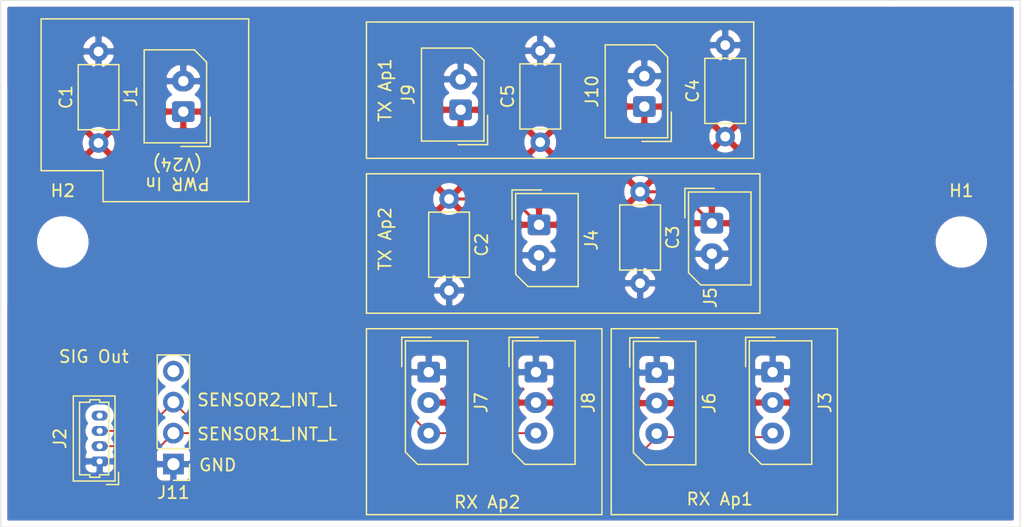
<source format=kicad_pcb>
(kicad_pcb (version 20171130) (host pcbnew "(5.1.8)-1")

  (general
    (thickness 1.6002)
    (drawings 46)
    (tracks 28)
    (zones 0)
    (modules 18)
    (nets 7)
  )

  (page A4)
  (layers
    (0 F.Cu signal)
    (31 B.Cu signal)
    (33 F.Adhes user)
    (34 B.Paste user)
    (35 F.Paste user)
    (36 B.SilkS user)
    (37 F.SilkS user)
    (38 B.Mask user)
    (39 F.Mask user)
    (41 Cmts.User user)
    (44 Edge.Cuts user)
    (45 Margin user)
    (46 B.CrtYd user)
    (47 F.CrtYd user)
    (49 F.Fab user)
  )

  (setup
    (last_trace_width 0.1524)
    (trace_clearance 0.1524)
    (zone_clearance 0.508)
    (zone_45_only no)
    (trace_min 0.1524)
    (via_size 0.6858)
    (via_drill 0.3302)
    (via_min_size 0.508)
    (via_min_drill 0.254)
    (uvia_size 0.6858)
    (uvia_drill 0.3302)
    (uvias_allowed no)
    (uvia_min_size 0.2)
    (uvia_min_drill 0.1)
    (edge_width 0.05)
    (segment_width 0.2)
    (pcb_text_width 0.3)
    (pcb_text_size 1.5 1.5)
    (mod_edge_width 0.12)
    (mod_text_size 1 1)
    (mod_text_width 0.15)
    (pad_size 1.524 1.524)
    (pad_drill 0.762)
    (pad_to_mask_clearance 0.0508)
    (solder_mask_min_width 0.1016)
    (aux_axis_origin 0 0)
    (visible_elements 7FFFFFFF)
    (pcbplotparams
      (layerselection 0x010fc_ffffffff)
      (usegerberextensions false)
      (usegerberattributes true)
      (usegerberadvancedattributes true)
      (creategerberjobfile true)
      (excludeedgelayer true)
      (linewidth 0.100000)
      (plotframeref false)
      (viasonmask false)
      (mode 1)
      (useauxorigin false)
      (hpglpennumber 1)
      (hpglpenspeed 20)
      (hpglpendiameter 15.000000)
      (psnegative false)
      (psa4output false)
      (plotreference true)
      (plotvalue true)
      (plotinvisibletext false)
      (padsonsilk false)
      (subtractmaskfromsilk false)
      (outputformat 1)
      (mirror false)
      (drillshape 1)
      (scaleselection 1)
      (outputdirectory ""))
  )

  (net 0 "")
  (net 1 +24V)
  (net 2 GND)
  (net 3 /SENSOR1_INT_L)
  (net 4 +3V3)
  (net 5 /SENSOR2_INT_L)
  (net 6 "Net-(J11-Pad4)")

  (net_class Default "This is the default net class."
    (clearance 0.1524)
    (trace_width 0.1524)
    (via_dia 0.6858)
    (via_drill 0.3302)
    (uvia_dia 0.6858)
    (uvia_drill 0.3302)
    (add_net +24V)
    (add_net +3V3)
    (add_net /SENSOR1_INT_L)
    (add_net /SENSOR2_INT_L)
    (add_net GND)
    (add_net "Net-(J11-Pad4)")
  )

  (module Capacitor_THT:C_Axial_L5.1mm_D3.1mm_P7.50mm_Horizontal (layer F.Cu) (tedit 5AE50EF0) (tstamp 60013296)
    (at 97.162 80.274 90)
    (descr "C, Axial series, Axial, Horizontal, pin pitch=7.5mm, , length*diameter=5.1*3.1mm^2, http://www.vishay.com/docs/45231/arseries.pdf")
    (tags "C Axial series Axial Horizontal pin pitch 7.5mm  length 5.1mm diameter 3.1mm")
    (path /600198D7)
    (fp_text reference C1 (at 3.75 -2.67 90) (layer F.SilkS)
      (effects (font (size 1 1) (thickness 0.15)))
    )
    (fp_text value 0.1u (at 3.75 2.67 90) (layer F.Fab)
      (effects (font (size 1 1) (thickness 0.15)))
    )
    (fp_line (start 1.2 -1.55) (end 1.2 1.55) (layer F.Fab) (width 0.1))
    (fp_line (start 1.2 1.55) (end 6.3 1.55) (layer F.Fab) (width 0.1))
    (fp_line (start 6.3 1.55) (end 6.3 -1.55) (layer F.Fab) (width 0.1))
    (fp_line (start 6.3 -1.55) (end 1.2 -1.55) (layer F.Fab) (width 0.1))
    (fp_line (start 0 0) (end 1.2 0) (layer F.Fab) (width 0.1))
    (fp_line (start 7.5 0) (end 6.3 0) (layer F.Fab) (width 0.1))
    (fp_line (start 1.08 -1.67) (end 1.08 1.67) (layer F.SilkS) (width 0.12))
    (fp_line (start 1.08 1.67) (end 6.42 1.67) (layer F.SilkS) (width 0.12))
    (fp_line (start 6.42 1.67) (end 6.42 -1.67) (layer F.SilkS) (width 0.12))
    (fp_line (start 6.42 -1.67) (end 1.08 -1.67) (layer F.SilkS) (width 0.12))
    (fp_line (start 1.04 0) (end 1.08 0) (layer F.SilkS) (width 0.12))
    (fp_line (start 6.46 0) (end 6.42 0) (layer F.SilkS) (width 0.12))
    (fp_line (start -1.05 -1.8) (end -1.05 1.8) (layer F.CrtYd) (width 0.05))
    (fp_line (start -1.05 1.8) (end 8.55 1.8) (layer F.CrtYd) (width 0.05))
    (fp_line (start 8.55 1.8) (end 8.55 -1.8) (layer F.CrtYd) (width 0.05))
    (fp_line (start 8.55 -1.8) (end -1.05 -1.8) (layer F.CrtYd) (width 0.05))
    (fp_text user %R (at 3.75 0 90) (layer F.Fab)
      (effects (font (size 1 1) (thickness 0.15)))
    )
    (pad 1 thru_hole circle (at 0 0 90) (size 1.6 1.6) (drill 0.8) (layers *.Cu *.Mask)
      (net 1 +24V))
    (pad 2 thru_hole oval (at 7.5 0 90) (size 1.6 1.6) (drill 0.8) (layers *.Cu *.Mask)
      (net 2 GND))
    (model ${KISYS3DMOD}/Capacitor_THT.3dshapes/C_Axial_L5.1mm_D3.1mm_P7.50mm_Horizontal.wrl
      (at (xyz 0 0 0))
      (scale (xyz 1 1 1))
      (rotate (xyz 0 0 0))
    )
  )

  (module Capacitor_THT:C_Axial_L5.1mm_D3.1mm_P7.50mm_Horizontal (layer F.Cu) (tedit 5AE50EF0) (tstamp 6001335F)
    (at 125.902 84.866 270)
    (descr "C, Axial series, Axial, Horizontal, pin pitch=7.5mm, , length*diameter=5.1*3.1mm^2, http://www.vishay.com/docs/45231/arseries.pdf")
    (tags "C Axial series Axial Horizontal pin pitch 7.5mm  length 5.1mm diameter 3.1mm")
    (path /600230DD)
    (fp_text reference C2 (at 3.75 -2.67 90) (layer F.SilkS)
      (effects (font (size 1 1) (thickness 0.15)))
    )
    (fp_text value 0.1u (at 3.75 2.67 90) (layer F.Fab)
      (effects (font (size 1 1) (thickness 0.15)))
    )
    (fp_line (start 8.55 -1.8) (end -1.05 -1.8) (layer F.CrtYd) (width 0.05))
    (fp_line (start 8.55 1.8) (end 8.55 -1.8) (layer F.CrtYd) (width 0.05))
    (fp_line (start -1.05 1.8) (end 8.55 1.8) (layer F.CrtYd) (width 0.05))
    (fp_line (start -1.05 -1.8) (end -1.05 1.8) (layer F.CrtYd) (width 0.05))
    (fp_line (start 6.46 0) (end 6.42 0) (layer F.SilkS) (width 0.12))
    (fp_line (start 1.04 0) (end 1.08 0) (layer F.SilkS) (width 0.12))
    (fp_line (start 6.42 -1.67) (end 1.08 -1.67) (layer F.SilkS) (width 0.12))
    (fp_line (start 6.42 1.67) (end 6.42 -1.67) (layer F.SilkS) (width 0.12))
    (fp_line (start 1.08 1.67) (end 6.42 1.67) (layer F.SilkS) (width 0.12))
    (fp_line (start 1.08 -1.67) (end 1.08 1.67) (layer F.SilkS) (width 0.12))
    (fp_line (start 7.5 0) (end 6.3 0) (layer F.Fab) (width 0.1))
    (fp_line (start 0 0) (end 1.2 0) (layer F.Fab) (width 0.1))
    (fp_line (start 6.3 -1.55) (end 1.2 -1.55) (layer F.Fab) (width 0.1))
    (fp_line (start 6.3 1.55) (end 6.3 -1.55) (layer F.Fab) (width 0.1))
    (fp_line (start 1.2 1.55) (end 6.3 1.55) (layer F.Fab) (width 0.1))
    (fp_line (start 1.2 -1.55) (end 1.2 1.55) (layer F.Fab) (width 0.1))
    (fp_text user %R (at 3.75 0 90) (layer F.Fab)
      (effects (font (size 1 1) (thickness 0.15)))
    )
    (pad 2 thru_hole oval (at 7.5 0 270) (size 1.6 1.6) (drill 0.8) (layers *.Cu *.Mask)
      (net 2 GND))
    (pad 1 thru_hole circle (at 0 0 270) (size 1.6 1.6) (drill 0.8) (layers *.Cu *.Mask)
      (net 1 +24V))
    (model ${KISYS3DMOD}/Capacitor_THT.3dshapes/C_Axial_L5.1mm_D3.1mm_P7.50mm_Horizontal.wrl
      (at (xyz 0 0 0))
      (scale (xyz 1 1 1))
      (rotate (xyz 0 0 0))
    )
  )

  (module Capacitor_THT:C_Axial_L5.1mm_D3.1mm_P7.50mm_Horizontal (layer F.Cu) (tedit 5AE50EF0) (tstamp 60012C6A)
    (at 141.562 84.276 270)
    (descr "C, Axial series, Axial, Horizontal, pin pitch=7.5mm, , length*diameter=5.1*3.1mm^2, http://www.vishay.com/docs/45231/arseries.pdf")
    (tags "C Axial series Axial Horizontal pin pitch 7.5mm  length 5.1mm diameter 3.1mm")
    (path /60026630)
    (fp_text reference C3 (at 3.75 -2.67 90) (layer F.SilkS)
      (effects (font (size 1 1) (thickness 0.15)))
    )
    (fp_text value 0.1u (at 3.75 2.67 90) (layer F.Fab)
      (effects (font (size 1 1) (thickness 0.15)))
    )
    (fp_line (start 1.2 -1.55) (end 1.2 1.55) (layer F.Fab) (width 0.1))
    (fp_line (start 1.2 1.55) (end 6.3 1.55) (layer F.Fab) (width 0.1))
    (fp_line (start 6.3 1.55) (end 6.3 -1.55) (layer F.Fab) (width 0.1))
    (fp_line (start 6.3 -1.55) (end 1.2 -1.55) (layer F.Fab) (width 0.1))
    (fp_line (start 0 0) (end 1.2 0) (layer F.Fab) (width 0.1))
    (fp_line (start 7.5 0) (end 6.3 0) (layer F.Fab) (width 0.1))
    (fp_line (start 1.08 -1.67) (end 1.08 1.67) (layer F.SilkS) (width 0.12))
    (fp_line (start 1.08 1.67) (end 6.42 1.67) (layer F.SilkS) (width 0.12))
    (fp_line (start 6.42 1.67) (end 6.42 -1.67) (layer F.SilkS) (width 0.12))
    (fp_line (start 6.42 -1.67) (end 1.08 -1.67) (layer F.SilkS) (width 0.12))
    (fp_line (start 1.04 0) (end 1.08 0) (layer F.SilkS) (width 0.12))
    (fp_line (start 6.46 0) (end 6.42 0) (layer F.SilkS) (width 0.12))
    (fp_line (start -1.05 -1.8) (end -1.05 1.8) (layer F.CrtYd) (width 0.05))
    (fp_line (start -1.05 1.8) (end 8.55 1.8) (layer F.CrtYd) (width 0.05))
    (fp_line (start 8.55 1.8) (end 8.55 -1.8) (layer F.CrtYd) (width 0.05))
    (fp_line (start 8.55 -1.8) (end -1.05 -1.8) (layer F.CrtYd) (width 0.05))
    (fp_text user %R (at 3.75 0 90) (layer F.Fab)
      (effects (font (size 1 1) (thickness 0.15)))
    )
    (pad 1 thru_hole circle (at 0 0 270) (size 1.6 1.6) (drill 0.8) (layers *.Cu *.Mask)
      (net 1 +24V))
    (pad 2 thru_hole oval (at 7.5 0 270) (size 1.6 1.6) (drill 0.8) (layers *.Cu *.Mask)
      (net 2 GND))
    (model ${KISYS3DMOD}/Capacitor_THT.3dshapes/C_Axial_L5.1mm_D3.1mm_P7.50mm_Horizontal.wrl
      (at (xyz 0 0 0))
      (scale (xyz 1 1 1))
      (rotate (xyz 0 0 0))
    )
  )

  (module Connector_Molex:Molex_SPOX_5267-02A_1x02_P2.50mm_Vertical (layer F.Cu) (tedit 5B7833F7) (tstamp 60012C84)
    (at 104.112 77.704 90)
    (descr "Molex SPOX Connector System, 5267-02A, 2 Pins per row (http://www.molex.com/pdm_docs/sd/022035035_sd.pdf), generated with kicad-footprint-generator")
    (tags "connector Molex SPOX side entry")
    (path /60018BEC)
    (fp_text reference J1 (at 1.25 -4.3 90) (layer F.SilkS)
      (effects (font (size 1 1) (thickness 0.15)))
    )
    (fp_text value Conn_01x02_Male (at 1.25 3 90) (layer F.Fab)
      (effects (font (size 1 1) (thickness 0.15)))
    )
    (fp_line (start -2.45 -3.1) (end -2.45 1.8) (layer F.Fab) (width 0.1))
    (fp_line (start -2.45 1.8) (end 3.95 1.8) (layer F.Fab) (width 0.1))
    (fp_line (start 3.95 1.8) (end 4.95 0.8) (layer F.Fab) (width 0.1))
    (fp_line (start 4.95 0.8) (end 4.95 -3.1) (layer F.Fab) (width 0.1))
    (fp_line (start 4.95 -3.1) (end -2.45 -3.1) (layer F.Fab) (width 0.1))
    (fp_line (start -2.56 -3.21) (end -2.56 1.91) (layer F.SilkS) (width 0.12))
    (fp_line (start -2.56 1.91) (end 4.06 1.91) (layer F.SilkS) (width 0.12))
    (fp_line (start 4.06 1.91) (end 5.06 0.91) (layer F.SilkS) (width 0.12))
    (fp_line (start 5.06 0.91) (end 5.06 -3.21) (layer F.SilkS) (width 0.12))
    (fp_line (start 5.06 -3.21) (end -2.56 -3.21) (layer F.SilkS) (width 0.12))
    (fp_line (start -2.86 -0.2) (end -2.86 2.21) (layer F.SilkS) (width 0.12))
    (fp_line (start -2.86 2.21) (end -0.45 2.21) (layer F.SilkS) (width 0.12))
    (fp_line (start -0.5 1.8) (end 0 1.092893) (layer F.Fab) (width 0.1))
    (fp_line (start 0 1.092893) (end 0.5 1.8) (layer F.Fab) (width 0.1))
    (fp_line (start -2.95 -3.6) (end -2.95 2.3) (layer F.CrtYd) (width 0.05))
    (fp_line (start -2.95 2.3) (end 4.45 2.3) (layer F.CrtYd) (width 0.05))
    (fp_line (start 4.45 2.3) (end 5.45 1.3) (layer F.CrtYd) (width 0.05))
    (fp_line (start 5.45 1.3) (end 5.45 -3.6) (layer F.CrtYd) (width 0.05))
    (fp_line (start 5.45 -3.6) (end -2.95 -3.6) (layer F.CrtYd) (width 0.05))
    (fp_text user %R (at 1.25 -2.4 90) (layer F.Fab)
      (effects (font (size 1 1) (thickness 0.15)))
    )
    (pad 1 thru_hole roundrect (at 0 0 90) (size 1.7 1.85) (drill 0.85) (layers *.Cu *.Mask) (roundrect_rratio 0.147059)
      (net 1 +24V))
    (pad 2 thru_hole oval (at 2.5 0 90) (size 1.7 1.85) (drill 0.85) (layers *.Cu *.Mask)
      (net 2 GND))
    (model ${KISYS3DMOD}/Connector_Molex.3dshapes/Molex_SPOX_5267-02A_1x02_P2.50mm_Vertical.wrl
      (at (xyz 0 0 0))
      (scale (xyz 1 1 1))
      (rotate (xyz 0 0 0))
    )
  )

  (module Connector_Molex:Molex_PicoBlade_53047-0410_1x04_P1.25mm_Vertical (layer F.Cu) (tedit 5B783167) (tstamp 60012CAB)
    (at 97.254 106.38 90)
    (descr "Molex PicoBlade Connector System, 53047-0410, 4 Pins per row (http://www.molex.com/pdm_docs/sd/530470610_sd.pdf), generated with kicad-footprint-generator")
    (tags "connector Molex PicoBlade side entry")
    (path /60020039)
    (fp_text reference J2 (at 1.88 -3.25 90) (layer F.SilkS)
      (effects (font (size 1 1) (thickness 0.15)))
    )
    (fp_text value Conn_01x04_Male (at 1.88 2.35 90) (layer F.Fab)
      (effects (font (size 1 1) (thickness 0.15)))
    )
    (fp_line (start -1.5 -2.05) (end -1.5 1.15) (layer F.Fab) (width 0.1))
    (fp_line (start -1.5 1.15) (end 5.25 1.15) (layer F.Fab) (width 0.1))
    (fp_line (start 5.25 1.15) (end 5.25 -2.05) (layer F.Fab) (width 0.1))
    (fp_line (start 5.25 -2.05) (end -1.5 -2.05) (layer F.Fab) (width 0.1))
    (fp_line (start -1.61 -2.16) (end -1.61 1.26) (layer F.SilkS) (width 0.12))
    (fp_line (start -1.61 1.26) (end 5.36 1.26) (layer F.SilkS) (width 0.12))
    (fp_line (start 5.36 1.26) (end 5.36 -2.16) (layer F.SilkS) (width 0.12))
    (fp_line (start 5.36 -2.16) (end -1.61 -2.16) (layer F.SilkS) (width 0.12))
    (fp_line (start 1.875 0.75) (end -1.1 0.75) (layer F.SilkS) (width 0.12))
    (fp_line (start -1.1 0.75) (end -1.1 0) (layer F.SilkS) (width 0.12))
    (fp_line (start -1.1 0) (end -1.3 0) (layer F.SilkS) (width 0.12))
    (fp_line (start -1.3 0) (end -1.3 -0.8) (layer F.SilkS) (width 0.12))
    (fp_line (start -1.3 -0.8) (end -1.1 -0.8) (layer F.SilkS) (width 0.12))
    (fp_line (start -1.1 -0.8) (end -1.1 -1.65) (layer F.SilkS) (width 0.12))
    (fp_line (start -1.1 -1.65) (end 1.875 -1.65) (layer F.SilkS) (width 0.12))
    (fp_line (start 1.875 0.75) (end 4.85 0.75) (layer F.SilkS) (width 0.12))
    (fp_line (start 4.85 0.75) (end 4.85 0) (layer F.SilkS) (width 0.12))
    (fp_line (start 4.85 0) (end 5.05 0) (layer F.SilkS) (width 0.12))
    (fp_line (start 5.05 0) (end 5.05 -0.8) (layer F.SilkS) (width 0.12))
    (fp_line (start 5.05 -0.8) (end 4.85 -0.8) (layer F.SilkS) (width 0.12))
    (fp_line (start 4.85 -0.8) (end 4.85 -1.65) (layer F.SilkS) (width 0.12))
    (fp_line (start 4.85 -1.65) (end 1.875 -1.65) (layer F.SilkS) (width 0.12))
    (fp_line (start -1.9 1.55) (end -1.9 0.55) (layer F.SilkS) (width 0.12))
    (fp_line (start -1.9 1.55) (end -0.9 1.55) (layer F.SilkS) (width 0.12))
    (fp_line (start -0.5 1.15) (end 0 0.442893) (layer F.Fab) (width 0.1))
    (fp_line (start 0 0.442893) (end 0.5 1.15) (layer F.Fab) (width 0.1))
    (fp_line (start -2 -2.55) (end -2 1.65) (layer F.CrtYd) (width 0.05))
    (fp_line (start -2 1.65) (end 5.75 1.65) (layer F.CrtYd) (width 0.05))
    (fp_line (start 5.75 1.65) (end 5.75 -2.55) (layer F.CrtYd) (width 0.05))
    (fp_line (start 5.75 -2.55) (end -2 -2.55) (layer F.CrtYd) (width 0.05))
    (fp_text user %R (at 1.88 -1.35 90) (layer F.Fab)
      (effects (font (size 1 1) (thickness 0.15)))
    )
    (pad 1 thru_hole roundrect (at 0 0 90) (size 0.8 1.3) (drill 0.5) (layers *.Cu *.Mask) (roundrect_rratio 0.25)
      (net 2 GND))
    (pad 2 thru_hole oval (at 1.25 0 90) (size 0.8 1.3) (drill 0.5) (layers *.Cu *.Mask)
      (net 3 /SENSOR1_INT_L))
    (pad 3 thru_hole oval (at 2.5 0 90) (size 0.8 1.3) (drill 0.5) (layers *.Cu *.Mask)
      (net 5 /SENSOR2_INT_L))
    (pad 4 thru_hole oval (at 3.75 0 90) (size 0.8 1.3) (drill 0.5) (layers *.Cu *.Mask)
      (net 4 +3V3))
    (model ${KISYS3DMOD}/Connector_Molex.3dshapes/Molex_PicoBlade_53047-0410_1x04_P1.25mm_Vertical.wrl
      (at (xyz 0 0 0))
      (scale (xyz 1 1 1))
      (rotate (xyz 0 0 0))
    )
  )

  (module Connector_Molex:Molex_SPOX_5267-03A_1x03_P2.50mm_Vertical (layer F.Cu) (tedit 5B7833F7) (tstamp 60012CC6)
    (at 152.422 99.06 270)
    (descr "Molex SPOX Connector System, 5267-03A, 3 Pins per row (http://www.molex.com/pdm_docs/sd/022035035_sd.pdf), generated with kicad-footprint-generator")
    (tags "connector Molex SPOX side entry")
    (path /6001CF08)
    (fp_text reference J3 (at 2.5 -4.3 90) (layer F.SilkS)
      (effects (font (size 1 1) (thickness 0.15)))
    )
    (fp_text value Conn_01x03_Male (at 2.5 3 90) (layer F.Fab)
      (effects (font (size 1 1) (thickness 0.15)))
    )
    (fp_line (start -2.45 -3.1) (end -2.45 1.8) (layer F.Fab) (width 0.1))
    (fp_line (start -2.45 1.8) (end 6.45 1.8) (layer F.Fab) (width 0.1))
    (fp_line (start 6.45 1.8) (end 7.45 0.8) (layer F.Fab) (width 0.1))
    (fp_line (start 7.45 0.8) (end 7.45 -3.1) (layer F.Fab) (width 0.1))
    (fp_line (start 7.45 -3.1) (end -2.45 -3.1) (layer F.Fab) (width 0.1))
    (fp_line (start -2.56 -3.21) (end -2.56 1.91) (layer F.SilkS) (width 0.12))
    (fp_line (start -2.56 1.91) (end 6.56 1.91) (layer F.SilkS) (width 0.12))
    (fp_line (start 6.56 1.91) (end 7.56 0.91) (layer F.SilkS) (width 0.12))
    (fp_line (start 7.56 0.91) (end 7.56 -3.21) (layer F.SilkS) (width 0.12))
    (fp_line (start 7.56 -3.21) (end -2.56 -3.21) (layer F.SilkS) (width 0.12))
    (fp_line (start -2.86 -0.2) (end -2.86 2.21) (layer F.SilkS) (width 0.12))
    (fp_line (start -2.86 2.21) (end -0.45 2.21) (layer F.SilkS) (width 0.12))
    (fp_line (start -0.5 1.8) (end 0 1.092893) (layer F.Fab) (width 0.1))
    (fp_line (start 0 1.092893) (end 0.5 1.8) (layer F.Fab) (width 0.1))
    (fp_line (start -2.95 -3.6) (end -2.95 2.3) (layer F.CrtYd) (width 0.05))
    (fp_line (start -2.95 2.3) (end 6.95 2.3) (layer F.CrtYd) (width 0.05))
    (fp_line (start 6.95 2.3) (end 7.95 1.3) (layer F.CrtYd) (width 0.05))
    (fp_line (start 7.95 1.3) (end 7.95 -3.6) (layer F.CrtYd) (width 0.05))
    (fp_line (start 7.95 -3.6) (end -2.95 -3.6) (layer F.CrtYd) (width 0.05))
    (fp_text user %R (at 2.5 -2.4 90) (layer F.Fab)
      (effects (font (size 1 1) (thickness 0.15)))
    )
    (pad 1 thru_hole roundrect (at 0 0 270) (size 1.7 1.85) (drill 0.85) (layers *.Cu *.Mask) (roundrect_rratio 0.147059)
      (net 2 GND))
    (pad 2 thru_hole oval (at 2.5 0 270) (size 1.7 1.85) (drill 0.85) (layers *.Cu *.Mask)
      (net 1 +24V))
    (pad 3 thru_hole oval (at 5 0 270) (size 1.7 1.85) (drill 0.85) (layers *.Cu *.Mask)
      (net 3 /SENSOR1_INT_L))
    (model ${KISYS3DMOD}/Connector_Molex.3dshapes/Molex_SPOX_5267-03A_1x03_P2.50mm_Vertical.wrl
      (at (xyz 0 0 0))
      (scale (xyz 1 1 1))
      (rotate (xyz 0 0 0))
    )
  )

  (module Connector_Molex:Molex_SPOX_5267-02A_1x02_P2.50mm_Vertical (layer F.Cu) (tedit 5B7833F7) (tstamp 60012CE0)
    (at 133.272 86.986 270)
    (descr "Molex SPOX Connector System, 5267-02A, 2 Pins per row (http://www.molex.com/pdm_docs/sd/022035035_sd.pdf), generated with kicad-footprint-generator")
    (tags "connector Molex SPOX side entry")
    (path /6001E902)
    (fp_text reference J4 (at 1.25 -4.3 90) (layer F.SilkS)
      (effects (font (size 1 1) (thickness 0.15)))
    )
    (fp_text value Conn_01x02_Male (at 1.25 3 90) (layer F.Fab)
      (effects (font (size 1 1) (thickness 0.15)))
    )
    (fp_line (start 5.45 -3.6) (end -2.95 -3.6) (layer F.CrtYd) (width 0.05))
    (fp_line (start 5.45 1.3) (end 5.45 -3.6) (layer F.CrtYd) (width 0.05))
    (fp_line (start 4.45 2.3) (end 5.45 1.3) (layer F.CrtYd) (width 0.05))
    (fp_line (start -2.95 2.3) (end 4.45 2.3) (layer F.CrtYd) (width 0.05))
    (fp_line (start -2.95 -3.6) (end -2.95 2.3) (layer F.CrtYd) (width 0.05))
    (fp_line (start 0 1.092893) (end 0.5 1.8) (layer F.Fab) (width 0.1))
    (fp_line (start -0.5 1.8) (end 0 1.092893) (layer F.Fab) (width 0.1))
    (fp_line (start -2.86 2.21) (end -0.45 2.21) (layer F.SilkS) (width 0.12))
    (fp_line (start -2.86 -0.2) (end -2.86 2.21) (layer F.SilkS) (width 0.12))
    (fp_line (start 5.06 -3.21) (end -2.56 -3.21) (layer F.SilkS) (width 0.12))
    (fp_line (start 5.06 0.91) (end 5.06 -3.21) (layer F.SilkS) (width 0.12))
    (fp_line (start 4.06 1.91) (end 5.06 0.91) (layer F.SilkS) (width 0.12))
    (fp_line (start -2.56 1.91) (end 4.06 1.91) (layer F.SilkS) (width 0.12))
    (fp_line (start -2.56 -3.21) (end -2.56 1.91) (layer F.SilkS) (width 0.12))
    (fp_line (start 4.95 -3.1) (end -2.45 -3.1) (layer F.Fab) (width 0.1))
    (fp_line (start 4.95 0.8) (end 4.95 -3.1) (layer F.Fab) (width 0.1))
    (fp_line (start 3.95 1.8) (end 4.95 0.8) (layer F.Fab) (width 0.1))
    (fp_line (start -2.45 1.8) (end 3.95 1.8) (layer F.Fab) (width 0.1))
    (fp_line (start -2.45 -3.1) (end -2.45 1.8) (layer F.Fab) (width 0.1))
    (fp_text user %R (at 1.25 -2.4 90) (layer F.Fab)
      (effects (font (size 1 1) (thickness 0.15)))
    )
    (pad 2 thru_hole oval (at 2.5 0 270) (size 1.7 1.85) (drill 0.85) (layers *.Cu *.Mask)
      (net 2 GND))
    (pad 1 thru_hole roundrect (at 0 0 270) (size 1.7 1.85) (drill 0.85) (layers *.Cu *.Mask) (roundrect_rratio 0.147059)
      (net 1 +24V))
    (model ${KISYS3DMOD}/Connector_Molex.3dshapes/Molex_SPOX_5267-02A_1x02_P2.50mm_Vertical.wrl
      (at (xyz 0 0 0))
      (scale (xyz 1 1 1))
      (rotate (xyz 0 0 0))
    )
  )

  (module Connector_Molex:Molex_SPOX_5267-02A_1x02_P2.50mm_Vertical (layer F.Cu) (tedit 5B7833F7) (tstamp 60012CFA)
    (at 147.442 86.856 270)
    (descr "Molex SPOX Connector System, 5267-02A, 2 Pins per row (http://www.molex.com/pdm_docs/sd/022035035_sd.pdf), generated with kicad-footprint-generator")
    (tags "connector Molex SPOX side entry")
    (path /6002662A)
    (fp_text reference J5 (at 6.108 0.122 90) (layer F.SilkS)
      (effects (font (size 1 1) (thickness 0.15)))
    )
    (fp_text value Conn_01x02_Male (at 1.25 3 90) (layer F.Fab)
      (effects (font (size 1 1) (thickness 0.15)))
    )
    (fp_line (start -2.45 -3.1) (end -2.45 1.8) (layer F.Fab) (width 0.1))
    (fp_line (start -2.45 1.8) (end 3.95 1.8) (layer F.Fab) (width 0.1))
    (fp_line (start 3.95 1.8) (end 4.95 0.8) (layer F.Fab) (width 0.1))
    (fp_line (start 4.95 0.8) (end 4.95 -3.1) (layer F.Fab) (width 0.1))
    (fp_line (start 4.95 -3.1) (end -2.45 -3.1) (layer F.Fab) (width 0.1))
    (fp_line (start -2.56 -3.21) (end -2.56 1.91) (layer F.SilkS) (width 0.12))
    (fp_line (start -2.56 1.91) (end 4.06 1.91) (layer F.SilkS) (width 0.12))
    (fp_line (start 4.06 1.91) (end 5.06 0.91) (layer F.SilkS) (width 0.12))
    (fp_line (start 5.06 0.91) (end 5.06 -3.21) (layer F.SilkS) (width 0.12))
    (fp_line (start 5.06 -3.21) (end -2.56 -3.21) (layer F.SilkS) (width 0.12))
    (fp_line (start -2.86 -0.2) (end -2.86 2.21) (layer F.SilkS) (width 0.12))
    (fp_line (start -2.86 2.21) (end -0.45 2.21) (layer F.SilkS) (width 0.12))
    (fp_line (start -0.5 1.8) (end 0 1.092893) (layer F.Fab) (width 0.1))
    (fp_line (start 0 1.092893) (end 0.5 1.8) (layer F.Fab) (width 0.1))
    (fp_line (start -2.95 -3.6) (end -2.95 2.3) (layer F.CrtYd) (width 0.05))
    (fp_line (start -2.95 2.3) (end 4.45 2.3) (layer F.CrtYd) (width 0.05))
    (fp_line (start 4.45 2.3) (end 5.45 1.3) (layer F.CrtYd) (width 0.05))
    (fp_line (start 5.45 1.3) (end 5.45 -3.6) (layer F.CrtYd) (width 0.05))
    (fp_line (start 5.45 -3.6) (end -2.95 -3.6) (layer F.CrtYd) (width 0.05))
    (fp_text user %R (at 1.25 -2.4 90) (layer F.Fab)
      (effects (font (size 1 1) (thickness 0.15)))
    )
    (pad 1 thru_hole roundrect (at 0 0 270) (size 1.7 1.85) (drill 0.85) (layers *.Cu *.Mask) (roundrect_rratio 0.147059)
      (net 1 +24V))
    (pad 2 thru_hole oval (at 2.5 0 270) (size 1.7 1.85) (drill 0.85) (layers *.Cu *.Mask)
      (net 2 GND))
    (model ${KISYS3DMOD}/Connector_Molex.3dshapes/Molex_SPOX_5267-02A_1x02_P2.50mm_Vertical.wrl
      (at (xyz 0 0 0))
      (scale (xyz 1 1 1))
      (rotate (xyz 0 0 0))
    )
  )

  (module Connector_Molex:Molex_SPOX_5267-03A_1x03_P2.50mm_Vertical (layer F.Cu) (tedit 5B7833F7) (tstamp 60012D15)
    (at 142.922 99.1 270)
    (descr "Molex SPOX Connector System, 5267-03A, 3 Pins per row (http://www.molex.com/pdm_docs/sd/022035035_sd.pdf), generated with kicad-footprint-generator")
    (tags "connector Molex SPOX side entry")
    (path /6002B7EE)
    (fp_text reference J6 (at 2.5 -4.3 90) (layer F.SilkS)
      (effects (font (size 1 1) (thickness 0.15)))
    )
    (fp_text value Conn_01x03_Male (at 2.5 3 90) (layer F.Fab)
      (effects (font (size 1 1) (thickness 0.15)))
    )
    (fp_line (start 7.95 -3.6) (end -2.95 -3.6) (layer F.CrtYd) (width 0.05))
    (fp_line (start 7.95 1.3) (end 7.95 -3.6) (layer F.CrtYd) (width 0.05))
    (fp_line (start 6.95 2.3) (end 7.95 1.3) (layer F.CrtYd) (width 0.05))
    (fp_line (start -2.95 2.3) (end 6.95 2.3) (layer F.CrtYd) (width 0.05))
    (fp_line (start -2.95 -3.6) (end -2.95 2.3) (layer F.CrtYd) (width 0.05))
    (fp_line (start 0 1.092893) (end 0.5 1.8) (layer F.Fab) (width 0.1))
    (fp_line (start -0.5 1.8) (end 0 1.092893) (layer F.Fab) (width 0.1))
    (fp_line (start -2.86 2.21) (end -0.45 2.21) (layer F.SilkS) (width 0.12))
    (fp_line (start -2.86 -0.2) (end -2.86 2.21) (layer F.SilkS) (width 0.12))
    (fp_line (start 7.56 -3.21) (end -2.56 -3.21) (layer F.SilkS) (width 0.12))
    (fp_line (start 7.56 0.91) (end 7.56 -3.21) (layer F.SilkS) (width 0.12))
    (fp_line (start 6.56 1.91) (end 7.56 0.91) (layer F.SilkS) (width 0.12))
    (fp_line (start -2.56 1.91) (end 6.56 1.91) (layer F.SilkS) (width 0.12))
    (fp_line (start -2.56 -3.21) (end -2.56 1.91) (layer F.SilkS) (width 0.12))
    (fp_line (start 7.45 -3.1) (end -2.45 -3.1) (layer F.Fab) (width 0.1))
    (fp_line (start 7.45 0.8) (end 7.45 -3.1) (layer F.Fab) (width 0.1))
    (fp_line (start 6.45 1.8) (end 7.45 0.8) (layer F.Fab) (width 0.1))
    (fp_line (start -2.45 1.8) (end 6.45 1.8) (layer F.Fab) (width 0.1))
    (fp_line (start -2.45 -3.1) (end -2.45 1.8) (layer F.Fab) (width 0.1))
    (fp_text user %R (at 2.5 -2.4 90) (layer F.Fab)
      (effects (font (size 1 1) (thickness 0.15)))
    )
    (pad 3 thru_hole oval (at 5 0 270) (size 1.7 1.85) (drill 0.85) (layers *.Cu *.Mask)
      (net 3 /SENSOR1_INT_L))
    (pad 2 thru_hole oval (at 2.5 0 270) (size 1.7 1.85) (drill 0.85) (layers *.Cu *.Mask)
      (net 1 +24V))
    (pad 1 thru_hole roundrect (at 0 0 270) (size 1.7 1.85) (drill 0.85) (layers *.Cu *.Mask) (roundrect_rratio 0.147059)
      (net 2 GND))
    (model ${KISYS3DMOD}/Connector_Molex.3dshapes/Molex_SPOX_5267-03A_1x03_P2.50mm_Vertical.wrl
      (at (xyz 0 0 0))
      (scale (xyz 1 1 1))
      (rotate (xyz 0 0 0))
    )
  )

  (module Capacitor_THT:C_Axial_L5.1mm_D3.1mm_P7.50mm_Horizontal (layer F.Cu) (tedit 5AE50EF0) (tstamp 6001A687)
    (at 148.5392 79.756 90)
    (descr "C, Axial series, Axial, Horizontal, pin pitch=7.5mm, , length*diameter=5.1*3.1mm^2, http://www.vishay.com/docs/45231/arseries.pdf")
    (tags "C Axial series Axial Horizontal pin pitch 7.5mm  length 5.1mm diameter 3.1mm")
    (path /6002A226)
    (fp_text reference C4 (at 3.75 -2.67 90) (layer F.SilkS)
      (effects (font (size 1 1) (thickness 0.15)))
    )
    (fp_text value 0.1u (at 3.75 2.67 90) (layer F.Fab)
      (effects (font (size 1 1) (thickness 0.15)))
    )
    (fp_line (start 8.55 -1.8) (end -1.05 -1.8) (layer F.CrtYd) (width 0.05))
    (fp_line (start 8.55 1.8) (end 8.55 -1.8) (layer F.CrtYd) (width 0.05))
    (fp_line (start -1.05 1.8) (end 8.55 1.8) (layer F.CrtYd) (width 0.05))
    (fp_line (start -1.05 -1.8) (end -1.05 1.8) (layer F.CrtYd) (width 0.05))
    (fp_line (start 6.46 0) (end 6.42 0) (layer F.SilkS) (width 0.12))
    (fp_line (start 1.04 0) (end 1.08 0) (layer F.SilkS) (width 0.12))
    (fp_line (start 6.42 -1.67) (end 1.08 -1.67) (layer F.SilkS) (width 0.12))
    (fp_line (start 6.42 1.67) (end 6.42 -1.67) (layer F.SilkS) (width 0.12))
    (fp_line (start 1.08 1.67) (end 6.42 1.67) (layer F.SilkS) (width 0.12))
    (fp_line (start 1.08 -1.67) (end 1.08 1.67) (layer F.SilkS) (width 0.12))
    (fp_line (start 7.5 0) (end 6.3 0) (layer F.Fab) (width 0.1))
    (fp_line (start 0 0) (end 1.2 0) (layer F.Fab) (width 0.1))
    (fp_line (start 6.3 -1.55) (end 1.2 -1.55) (layer F.Fab) (width 0.1))
    (fp_line (start 6.3 1.55) (end 6.3 -1.55) (layer F.Fab) (width 0.1))
    (fp_line (start 1.2 1.55) (end 6.3 1.55) (layer F.Fab) (width 0.1))
    (fp_line (start 1.2 -1.55) (end 1.2 1.55) (layer F.Fab) (width 0.1))
    (fp_text user %R (at 3.75 0 90) (layer F.Fab)
      (effects (font (size 1 1) (thickness 0.15)))
    )
    (pad 1 thru_hole circle (at 0 0 90) (size 1.6 1.6) (drill 0.8) (layers *.Cu *.Mask)
      (net 1 +24V))
    (pad 2 thru_hole oval (at 7.5 0 90) (size 1.6 1.6) (drill 0.8) (layers *.Cu *.Mask)
      (net 2 GND))
    (model ${KISYS3DMOD}/Capacitor_THT.3dshapes/C_Axial_L5.1mm_D3.1mm_P7.50mm_Horizontal.wrl
      (at (xyz 0 0 0))
      (scale (xyz 1 1 1))
      (rotate (xyz 0 0 0))
    )
  )

  (module Capacitor_THT:C_Axial_L5.1mm_D3.1mm_P7.50mm_Horizontal (layer F.Cu) (tedit 5AE50EF0) (tstamp 6001A69E)
    (at 133.3754 80.2132 90)
    (descr "C, Axial series, Axial, Horizontal, pin pitch=7.5mm, , length*diameter=5.1*3.1mm^2, http://www.vishay.com/docs/45231/arseries.pdf")
    (tags "C Axial series Axial Horizontal pin pitch 7.5mm  length 5.1mm diameter 3.1mm")
    (path /6002A249)
    (fp_text reference C5 (at 3.75 -2.67 90) (layer F.SilkS)
      (effects (font (size 1 1) (thickness 0.15)))
    )
    (fp_text value 0.1u (at 3.75 2.67 90) (layer F.Fab)
      (effects (font (size 1 1) (thickness 0.15)))
    )
    (fp_text user %R (at 3.75 0 90) (layer F.Fab)
      (effects (font (size 1 1) (thickness 0.15)))
    )
    (fp_line (start 1.2 -1.55) (end 1.2 1.55) (layer F.Fab) (width 0.1))
    (fp_line (start 1.2 1.55) (end 6.3 1.55) (layer F.Fab) (width 0.1))
    (fp_line (start 6.3 1.55) (end 6.3 -1.55) (layer F.Fab) (width 0.1))
    (fp_line (start 6.3 -1.55) (end 1.2 -1.55) (layer F.Fab) (width 0.1))
    (fp_line (start 0 0) (end 1.2 0) (layer F.Fab) (width 0.1))
    (fp_line (start 7.5 0) (end 6.3 0) (layer F.Fab) (width 0.1))
    (fp_line (start 1.08 -1.67) (end 1.08 1.67) (layer F.SilkS) (width 0.12))
    (fp_line (start 1.08 1.67) (end 6.42 1.67) (layer F.SilkS) (width 0.12))
    (fp_line (start 6.42 1.67) (end 6.42 -1.67) (layer F.SilkS) (width 0.12))
    (fp_line (start 6.42 -1.67) (end 1.08 -1.67) (layer F.SilkS) (width 0.12))
    (fp_line (start 1.04 0) (end 1.08 0) (layer F.SilkS) (width 0.12))
    (fp_line (start 6.46 0) (end 6.42 0) (layer F.SilkS) (width 0.12))
    (fp_line (start -1.05 -1.8) (end -1.05 1.8) (layer F.CrtYd) (width 0.05))
    (fp_line (start -1.05 1.8) (end 8.55 1.8) (layer F.CrtYd) (width 0.05))
    (fp_line (start 8.55 1.8) (end 8.55 -1.8) (layer F.CrtYd) (width 0.05))
    (fp_line (start 8.55 -1.8) (end -1.05 -1.8) (layer F.CrtYd) (width 0.05))
    (pad 2 thru_hole oval (at 7.5 0 90) (size 1.6 1.6) (drill 0.8) (layers *.Cu *.Mask)
      (net 2 GND))
    (pad 1 thru_hole circle (at 0 0 90) (size 1.6 1.6) (drill 0.8) (layers *.Cu *.Mask)
      (net 1 +24V))
    (model ${KISYS3DMOD}/Capacitor_THT.3dshapes/C_Axial_L5.1mm_D3.1mm_P7.50mm_Horizontal.wrl
      (at (xyz 0 0 0))
      (scale (xyz 1 1 1))
      (rotate (xyz 0 0 0))
    )
  )

  (module Connector_Molex:Molex_SPOX_5267-03A_1x03_P2.50mm_Vertical (layer F.Cu) (tedit 5B7833F7) (tstamp 6001A6B9)
    (at 124.2314 99.0638 270)
    (descr "Molex SPOX Connector System, 5267-03A, 3 Pins per row (http://www.molex.com/pdm_docs/sd/022035035_sd.pdf), generated with kicad-footprint-generator")
    (tags "connector Molex SPOX side entry")
    (path /6003B49F)
    (fp_text reference J7 (at 2.5 -4.3 90) (layer F.SilkS)
      (effects (font (size 1 1) (thickness 0.15)))
    )
    (fp_text value Conn_01x03_Male (at 2.5 3 90) (layer F.Fab)
      (effects (font (size 1 1) (thickness 0.15)))
    )
    (fp_line (start 7.95 -3.6) (end -2.95 -3.6) (layer F.CrtYd) (width 0.05))
    (fp_line (start 7.95 1.3) (end 7.95 -3.6) (layer F.CrtYd) (width 0.05))
    (fp_line (start 6.95 2.3) (end 7.95 1.3) (layer F.CrtYd) (width 0.05))
    (fp_line (start -2.95 2.3) (end 6.95 2.3) (layer F.CrtYd) (width 0.05))
    (fp_line (start -2.95 -3.6) (end -2.95 2.3) (layer F.CrtYd) (width 0.05))
    (fp_line (start 0 1.092893) (end 0.5 1.8) (layer F.Fab) (width 0.1))
    (fp_line (start -0.5 1.8) (end 0 1.092893) (layer F.Fab) (width 0.1))
    (fp_line (start -2.86 2.21) (end -0.45 2.21) (layer F.SilkS) (width 0.12))
    (fp_line (start -2.86 -0.2) (end -2.86 2.21) (layer F.SilkS) (width 0.12))
    (fp_line (start 7.56 -3.21) (end -2.56 -3.21) (layer F.SilkS) (width 0.12))
    (fp_line (start 7.56 0.91) (end 7.56 -3.21) (layer F.SilkS) (width 0.12))
    (fp_line (start 6.56 1.91) (end 7.56 0.91) (layer F.SilkS) (width 0.12))
    (fp_line (start -2.56 1.91) (end 6.56 1.91) (layer F.SilkS) (width 0.12))
    (fp_line (start -2.56 -3.21) (end -2.56 1.91) (layer F.SilkS) (width 0.12))
    (fp_line (start 7.45 -3.1) (end -2.45 -3.1) (layer F.Fab) (width 0.1))
    (fp_line (start 7.45 0.8) (end 7.45 -3.1) (layer F.Fab) (width 0.1))
    (fp_line (start 6.45 1.8) (end 7.45 0.8) (layer F.Fab) (width 0.1))
    (fp_line (start -2.45 1.8) (end 6.45 1.8) (layer F.Fab) (width 0.1))
    (fp_line (start -2.45 -3.1) (end -2.45 1.8) (layer F.Fab) (width 0.1))
    (fp_text user %R (at 2.5 -2.4 90) (layer F.Fab)
      (effects (font (size 1 1) (thickness 0.15)))
    )
    (pad 1 thru_hole roundrect (at 0 0 270) (size 1.7 1.85) (drill 0.85) (layers *.Cu *.Mask) (roundrect_rratio 0.147059)
      (net 2 GND))
    (pad 2 thru_hole oval (at 2.5 0 270) (size 1.7 1.85) (drill 0.85) (layers *.Cu *.Mask)
      (net 1 +24V))
    (pad 3 thru_hole oval (at 5 0 270) (size 1.7 1.85) (drill 0.85) (layers *.Cu *.Mask)
      (net 5 /SENSOR2_INT_L))
    (model ${KISYS3DMOD}/Connector_Molex.3dshapes/Molex_SPOX_5267-03A_1x03_P2.50mm_Vertical.wrl
      (at (xyz 0 0 0))
      (scale (xyz 1 1 1))
      (rotate (xyz 0 0 0))
    )
  )

  (module Connector_Molex:Molex_SPOX_5267-03A_1x03_P2.50mm_Vertical (layer F.Cu) (tedit 5B7833F7) (tstamp 6001A6D4)
    (at 133.0198 99.06 270)
    (descr "Molex SPOX Connector System, 5267-03A, 3 Pins per row (http://www.molex.com/pdm_docs/sd/022035035_sd.pdf), generated with kicad-footprint-generator")
    (tags "connector Molex SPOX side entry")
    (path /6003B4BC)
    (fp_text reference J8 (at 2.5 -4.3 90) (layer F.SilkS)
      (effects (font (size 1 1) (thickness 0.15)))
    )
    (fp_text value Conn_01x03_Male (at 2.5 3 90) (layer F.Fab)
      (effects (font (size 1 1) (thickness 0.15)))
    )
    (fp_text user %R (at 2.5 -2.4 90) (layer F.Fab)
      (effects (font (size 1 1) (thickness 0.15)))
    )
    (fp_line (start -2.45 -3.1) (end -2.45 1.8) (layer F.Fab) (width 0.1))
    (fp_line (start -2.45 1.8) (end 6.45 1.8) (layer F.Fab) (width 0.1))
    (fp_line (start 6.45 1.8) (end 7.45 0.8) (layer F.Fab) (width 0.1))
    (fp_line (start 7.45 0.8) (end 7.45 -3.1) (layer F.Fab) (width 0.1))
    (fp_line (start 7.45 -3.1) (end -2.45 -3.1) (layer F.Fab) (width 0.1))
    (fp_line (start -2.56 -3.21) (end -2.56 1.91) (layer F.SilkS) (width 0.12))
    (fp_line (start -2.56 1.91) (end 6.56 1.91) (layer F.SilkS) (width 0.12))
    (fp_line (start 6.56 1.91) (end 7.56 0.91) (layer F.SilkS) (width 0.12))
    (fp_line (start 7.56 0.91) (end 7.56 -3.21) (layer F.SilkS) (width 0.12))
    (fp_line (start 7.56 -3.21) (end -2.56 -3.21) (layer F.SilkS) (width 0.12))
    (fp_line (start -2.86 -0.2) (end -2.86 2.21) (layer F.SilkS) (width 0.12))
    (fp_line (start -2.86 2.21) (end -0.45 2.21) (layer F.SilkS) (width 0.12))
    (fp_line (start -0.5 1.8) (end 0 1.092893) (layer F.Fab) (width 0.1))
    (fp_line (start 0 1.092893) (end 0.5 1.8) (layer F.Fab) (width 0.1))
    (fp_line (start -2.95 -3.6) (end -2.95 2.3) (layer F.CrtYd) (width 0.05))
    (fp_line (start -2.95 2.3) (end 6.95 2.3) (layer F.CrtYd) (width 0.05))
    (fp_line (start 6.95 2.3) (end 7.95 1.3) (layer F.CrtYd) (width 0.05))
    (fp_line (start 7.95 1.3) (end 7.95 -3.6) (layer F.CrtYd) (width 0.05))
    (fp_line (start 7.95 -3.6) (end -2.95 -3.6) (layer F.CrtYd) (width 0.05))
    (pad 3 thru_hole oval (at 5 0 270) (size 1.7 1.85) (drill 0.85) (layers *.Cu *.Mask)
      (net 5 /SENSOR2_INT_L))
    (pad 2 thru_hole oval (at 2.5 0 270) (size 1.7 1.85) (drill 0.85) (layers *.Cu *.Mask)
      (net 1 +24V))
    (pad 1 thru_hole roundrect (at 0 0 270) (size 1.7 1.85) (drill 0.85) (layers *.Cu *.Mask) (roundrect_rratio 0.147059)
      (net 2 GND))
    (model ${KISYS3DMOD}/Connector_Molex.3dshapes/Molex_SPOX_5267-03A_1x03_P2.50mm_Vertical.wrl
      (at (xyz 0 0 0))
      (scale (xyz 1 1 1))
      (rotate (xyz 0 0 0))
    )
  )

  (module Connector_Molex:Molex_SPOX_5267-02A_1x02_P2.50mm_Vertical (layer F.Cu) (tedit 5B7833F7) (tstamp 6001A6EE)
    (at 126.8476 77.557 90)
    (descr "Molex SPOX Connector System, 5267-02A, 2 Pins per row (http://www.molex.com/pdm_docs/sd/022035035_sd.pdf), generated with kicad-footprint-generator")
    (tags "connector Molex SPOX side entry")
    (path /6002A220)
    (fp_text reference J9 (at 1.25 -4.3 90) (layer F.SilkS)
      (effects (font (size 1 1) (thickness 0.15)))
    )
    (fp_text value Conn_01x02_Male (at 1.25 3 90) (layer F.Fab)
      (effects (font (size 1 1) (thickness 0.15)))
    )
    (fp_line (start 5.45 -3.6) (end -2.95 -3.6) (layer F.CrtYd) (width 0.05))
    (fp_line (start 5.45 1.3) (end 5.45 -3.6) (layer F.CrtYd) (width 0.05))
    (fp_line (start 4.45 2.3) (end 5.45 1.3) (layer F.CrtYd) (width 0.05))
    (fp_line (start -2.95 2.3) (end 4.45 2.3) (layer F.CrtYd) (width 0.05))
    (fp_line (start -2.95 -3.6) (end -2.95 2.3) (layer F.CrtYd) (width 0.05))
    (fp_line (start 0 1.092893) (end 0.5 1.8) (layer F.Fab) (width 0.1))
    (fp_line (start -0.5 1.8) (end 0 1.092893) (layer F.Fab) (width 0.1))
    (fp_line (start -2.86 2.21) (end -0.45 2.21) (layer F.SilkS) (width 0.12))
    (fp_line (start -2.86 -0.2) (end -2.86 2.21) (layer F.SilkS) (width 0.12))
    (fp_line (start 5.06 -3.21) (end -2.56 -3.21) (layer F.SilkS) (width 0.12))
    (fp_line (start 5.06 0.91) (end 5.06 -3.21) (layer F.SilkS) (width 0.12))
    (fp_line (start 4.06 1.91) (end 5.06 0.91) (layer F.SilkS) (width 0.12))
    (fp_line (start -2.56 1.91) (end 4.06 1.91) (layer F.SilkS) (width 0.12))
    (fp_line (start -2.56 -3.21) (end -2.56 1.91) (layer F.SilkS) (width 0.12))
    (fp_line (start 4.95 -3.1) (end -2.45 -3.1) (layer F.Fab) (width 0.1))
    (fp_line (start 4.95 0.8) (end 4.95 -3.1) (layer F.Fab) (width 0.1))
    (fp_line (start 3.95 1.8) (end 4.95 0.8) (layer F.Fab) (width 0.1))
    (fp_line (start -2.45 1.8) (end 3.95 1.8) (layer F.Fab) (width 0.1))
    (fp_line (start -2.45 -3.1) (end -2.45 1.8) (layer F.Fab) (width 0.1))
    (fp_text user %R (at 1.25 -2.4 90) (layer F.Fab)
      (effects (font (size 1 1) (thickness 0.15)))
    )
    (pad 1 thru_hole roundrect (at 0 0 90) (size 1.7 1.85) (drill 0.85) (layers *.Cu *.Mask) (roundrect_rratio 0.147059)
      (net 1 +24V))
    (pad 2 thru_hole oval (at 2.5 0 90) (size 1.7 1.85) (drill 0.85) (layers *.Cu *.Mask)
      (net 2 GND))
    (model ${KISYS3DMOD}/Connector_Molex.3dshapes/Molex_SPOX_5267-02A_1x02_P2.50mm_Vertical.wrl
      (at (xyz 0 0 0))
      (scale (xyz 1 1 1))
      (rotate (xyz 0 0 0))
    )
  )

  (module Connector_Molex:Molex_SPOX_5267-02A_1x02_P2.50mm_Vertical (layer F.Cu) (tedit 5B7833F7) (tstamp 6001A708)
    (at 141.9098 77.2922 90)
    (descr "Molex SPOX Connector System, 5267-02A, 2 Pins per row (http://www.molex.com/pdm_docs/sd/022035035_sd.pdf), generated with kicad-footprint-generator")
    (tags "connector Molex SPOX side entry")
    (path /6002A243)
    (fp_text reference J10 (at 1.25 -4.3 90) (layer F.SilkS)
      (effects (font (size 1 1) (thickness 0.15)))
    )
    (fp_text value Conn_01x02_Male (at 1.25 3 90) (layer F.Fab)
      (effects (font (size 1 1) (thickness 0.15)))
    )
    (fp_text user %R (at 1.25 -2.4 90) (layer F.Fab)
      (effects (font (size 1 1) (thickness 0.15)))
    )
    (fp_line (start -2.45 -3.1) (end -2.45 1.8) (layer F.Fab) (width 0.1))
    (fp_line (start -2.45 1.8) (end 3.95 1.8) (layer F.Fab) (width 0.1))
    (fp_line (start 3.95 1.8) (end 4.95 0.8) (layer F.Fab) (width 0.1))
    (fp_line (start 4.95 0.8) (end 4.95 -3.1) (layer F.Fab) (width 0.1))
    (fp_line (start 4.95 -3.1) (end -2.45 -3.1) (layer F.Fab) (width 0.1))
    (fp_line (start -2.56 -3.21) (end -2.56 1.91) (layer F.SilkS) (width 0.12))
    (fp_line (start -2.56 1.91) (end 4.06 1.91) (layer F.SilkS) (width 0.12))
    (fp_line (start 4.06 1.91) (end 5.06 0.91) (layer F.SilkS) (width 0.12))
    (fp_line (start 5.06 0.91) (end 5.06 -3.21) (layer F.SilkS) (width 0.12))
    (fp_line (start 5.06 -3.21) (end -2.56 -3.21) (layer F.SilkS) (width 0.12))
    (fp_line (start -2.86 -0.2) (end -2.86 2.21) (layer F.SilkS) (width 0.12))
    (fp_line (start -2.86 2.21) (end -0.45 2.21) (layer F.SilkS) (width 0.12))
    (fp_line (start -0.5 1.8) (end 0 1.092893) (layer F.Fab) (width 0.1))
    (fp_line (start 0 1.092893) (end 0.5 1.8) (layer F.Fab) (width 0.1))
    (fp_line (start -2.95 -3.6) (end -2.95 2.3) (layer F.CrtYd) (width 0.05))
    (fp_line (start -2.95 2.3) (end 4.45 2.3) (layer F.CrtYd) (width 0.05))
    (fp_line (start 4.45 2.3) (end 5.45 1.3) (layer F.CrtYd) (width 0.05))
    (fp_line (start 5.45 1.3) (end 5.45 -3.6) (layer F.CrtYd) (width 0.05))
    (fp_line (start 5.45 -3.6) (end -2.95 -3.6) (layer F.CrtYd) (width 0.05))
    (pad 2 thru_hole oval (at 2.5 0 90) (size 1.7 1.85) (drill 0.85) (layers *.Cu *.Mask)
      (net 2 GND))
    (pad 1 thru_hole roundrect (at 0 0 90) (size 1.7 1.85) (drill 0.85) (layers *.Cu *.Mask) (roundrect_rratio 0.147059)
      (net 1 +24V))
    (model ${KISYS3DMOD}/Connector_Molex.3dshapes/Molex_SPOX_5267-02A_1x02_P2.50mm_Vertical.wrl
      (at (xyz 0 0 0))
      (scale (xyz 1 1 1))
      (rotate (xyz 0 0 0))
    )
  )

  (module Connector_PinHeader_2.54mm:PinHeader_1x04_P2.54mm_Vertical (layer F.Cu) (tedit 59FED5CC) (tstamp 6001A720)
    (at 103.3018 106.6038 180)
    (descr "Through hole straight pin header, 1x04, 2.54mm pitch, single row")
    (tags "Through hole pin header THT 1x04 2.54mm single row")
    (path /6004D8C9)
    (fp_text reference J11 (at 0 -2.33) (layer F.SilkS)
      (effects (font (size 1 1) (thickness 0.15)))
    )
    (fp_text value Conn_01x04_Male (at 0 9.95) (layer F.Fab)
      (effects (font (size 1 1) (thickness 0.15)))
    )
    (fp_line (start 1.8 -1.8) (end -1.8 -1.8) (layer F.CrtYd) (width 0.05))
    (fp_line (start 1.8 9.4) (end 1.8 -1.8) (layer F.CrtYd) (width 0.05))
    (fp_line (start -1.8 9.4) (end 1.8 9.4) (layer F.CrtYd) (width 0.05))
    (fp_line (start -1.8 -1.8) (end -1.8 9.4) (layer F.CrtYd) (width 0.05))
    (fp_line (start -1.33 -1.33) (end 0 -1.33) (layer F.SilkS) (width 0.12))
    (fp_line (start -1.33 0) (end -1.33 -1.33) (layer F.SilkS) (width 0.12))
    (fp_line (start -1.33 1.27) (end 1.33 1.27) (layer F.SilkS) (width 0.12))
    (fp_line (start 1.33 1.27) (end 1.33 8.95) (layer F.SilkS) (width 0.12))
    (fp_line (start -1.33 1.27) (end -1.33 8.95) (layer F.SilkS) (width 0.12))
    (fp_line (start -1.33 8.95) (end 1.33 8.95) (layer F.SilkS) (width 0.12))
    (fp_line (start -1.27 -0.635) (end -0.635 -1.27) (layer F.Fab) (width 0.1))
    (fp_line (start -1.27 8.89) (end -1.27 -0.635) (layer F.Fab) (width 0.1))
    (fp_line (start 1.27 8.89) (end -1.27 8.89) (layer F.Fab) (width 0.1))
    (fp_line (start 1.27 -1.27) (end 1.27 8.89) (layer F.Fab) (width 0.1))
    (fp_line (start -0.635 -1.27) (end 1.27 -1.27) (layer F.Fab) (width 0.1))
    (fp_text user %R (at 0 3.81 90) (layer F.Fab)
      (effects (font (size 1 1) (thickness 0.15)))
    )
    (pad 1 thru_hole rect (at 0 0 180) (size 1.7 1.7) (drill 1) (layers *.Cu *.Mask)
      (net 2 GND))
    (pad 2 thru_hole oval (at 0 2.54 180) (size 1.7 1.7) (drill 1) (layers *.Cu *.Mask)
      (net 3 /SENSOR1_INT_L))
    (pad 3 thru_hole oval (at 0 5.08 180) (size 1.7 1.7) (drill 1) (layers *.Cu *.Mask)
      (net 5 /SENSOR2_INT_L))
    (pad 4 thru_hole oval (at 0 7.62 180) (size 1.7 1.7) (drill 1) (layers *.Cu *.Mask)
      (net 6 "Net-(J11-Pad4)"))
    (model ${KISYS3DMOD}/Connector_PinHeader_2.54mm.3dshapes/PinHeader_1x04_P2.54mm_Vertical.wrl
      (at (xyz 0 0 0))
      (scale (xyz 1 1 1))
      (rotate (xyz 0 0 0))
    )
  )

  (module MountingHole:MountingHole_3.2mm_M3 (layer F.Cu) (tedit 56D1B4CB) (tstamp 6001B487)
    (at 167.894 88.392)
    (descr "Mounting Hole 3.2mm, no annular, M3")
    (tags "mounting hole 3.2mm no annular m3")
    (path /6006F012)
    (attr virtual)
    (fp_text reference H1 (at 0 -4.2) (layer F.SilkS)
      (effects (font (size 1 1) (thickness 0.15)))
    )
    (fp_text value MountingHole (at 0 4.2) (layer F.Fab)
      (effects (font (size 1 1) (thickness 0.15)))
    )
    (fp_text user %R (at 0.3 0) (layer F.Fab)
      (effects (font (size 1 1) (thickness 0.15)))
    )
    (fp_circle (center 0 0) (end 3.2 0) (layer Cmts.User) (width 0.15))
    (fp_circle (center 0 0) (end 3.45 0) (layer F.CrtYd) (width 0.05))
    (pad 1 np_thru_hole circle (at 0 0) (size 3.2 3.2) (drill 3.2) (layers *.Cu *.Mask))
  )

  (module MountingHole:MountingHole_3.2mm_M3 (layer F.Cu) (tedit 56D1B4CB) (tstamp 6001B453)
    (at 94.234 88.392)
    (descr "Mounting Hole 3.2mm, no annular, M3")
    (tags "mounting hole 3.2mm no annular m3")
    (path /60071DA4)
    (attr virtual)
    (fp_text reference H2 (at 0 -4.2) (layer F.SilkS)
      (effects (font (size 1 1) (thickness 0.15)))
    )
    (fp_text value MountingHole (at 0 4.2) (layer F.Fab)
      (effects (font (size 1 1) (thickness 0.15)))
    )
    (fp_circle (center 0 0) (end 3.45 0) (layer F.CrtYd) (width 0.05))
    (fp_circle (center 0 0) (end 3.2 0) (layer Cmts.User) (width 0.15))
    (fp_text user %R (at 0.3 0) (layer F.Fab)
      (effects (font (size 1 1) (thickness 0.15)))
    )
    (pad 1 np_thru_hole circle (at 0 0) (size 3.2 3.2) (drill 3.2) (layers *.Cu *.Mask))
  )

  (gr_line (start 162.56 111.76) (end 172.72 111.76) (layer Edge.Cuts) (width 0.05) (tstamp 6001BD21))
  (gr_line (start 162.306 68.58) (end 172.72 68.58) (layer Edge.Cuts) (width 0.05) (tstamp 6001BD20))
  (gr_line (start 92.456 70.104) (end 92.964 70.104) (layer F.SilkS) (width 0.12) (tstamp 6001BC42))
  (gr_line (start 92.456 82.55) (end 92.456 70.104) (layer F.SilkS) (width 0.12))
  (gr_line (start 97.536 82.55) (end 92.456 82.55) (layer F.SilkS) (width 0.12))
  (gr_line (start 97.536 85.09) (end 97.536 82.55) (layer F.SilkS) (width 0.12))
  (gr_line (start 109.474 85.09) (end 97.536 85.09) (layer F.SilkS) (width 0.12))
  (gr_line (start 109.474 83.82) (end 109.474 85.09) (layer F.SilkS) (width 0.12))
  (gr_line (start 109.474 70.104) (end 109.474 83.82) (layer F.SilkS) (width 0.12))
  (gr_line (start 92.964 70.104) (end 109.474 70.104) (layer F.SilkS) (width 0.12))
  (gr_line (start 139.192 95.504) (end 139.192 95.758) (layer F.SilkS) (width 0.12) (tstamp 6001BA23))
  (gr_line (start 157.734 95.504) (end 139.192 95.504) (layer F.SilkS) (width 0.12))
  (gr_line (start 157.734 110.744) (end 157.734 95.504) (layer F.SilkS) (width 0.12))
  (gr_line (start 139.192 110.744) (end 157.734 110.744) (layer F.SilkS) (width 0.12))
  (gr_line (start 139.192 95.758) (end 139.192 110.744) (layer F.SilkS) (width 0.12))
  (gr_line (start 119.126 110.744) (end 119.126 95.504) (layer F.SilkS) (width 0.12) (tstamp 6001BA22))
  (gr_line (start 119.634 110.744) (end 119.126 110.744) (layer F.SilkS) (width 0.12))
  (gr_line (start 138.43 110.744) (end 119.634 110.744) (layer F.SilkS) (width 0.12))
  (gr_line (start 138.43 95.504) (end 138.43 110.744) (layer F.SilkS) (width 0.12))
  (gr_line (start 119.126 95.504) (end 138.43 95.504) (layer F.SilkS) (width 0.12))
  (gr_text "RX Ap1" (at 148.082 109.474) (layer F.SilkS) (tstamp 6001BA11)
    (effects (font (size 1 1) (thickness 0.15)))
  )
  (gr_text "RX Ap2" (at 129.032 109.728) (layer F.SilkS) (tstamp 6001BA0C)
    (effects (font (size 1 1) (thickness 0.15)))
  )
  (gr_line (start 150.876 81.534) (end 119.126 81.534) (layer F.SilkS) (width 0.12))
  (gr_line (start 150.876 70.358) (end 150.876 81.534) (layer F.SilkS) (width 0.12))
  (gr_line (start 119.126 70.358) (end 150.876 70.358) (layer F.SilkS) (width 0.12))
  (gr_line (start 119.126 81.534) (end 119.126 70.358) (layer F.SilkS) (width 0.12))
  (gr_line (start 151.384 94.234) (end 151.384 93.726) (layer F.SilkS) (width 0.12) (tstamp 6001AE17))
  (gr_line (start 119.126 94.234) (end 151.384 94.234) (layer F.SilkS) (width 0.12))
  (gr_line (start 119.126 93.472) (end 119.126 94.234) (layer F.SilkS) (width 0.12))
  (gr_line (start 119.126 93.472) (end 119.126 87.63) (layer F.SilkS) (width 0.12) (tstamp 6001ADF9))
  (gr_line (start 151.384 82.804) (end 151.384 93.726) (layer F.SilkS) (width 0.12))
  (gr_line (start 119.126 82.804) (end 151.384 82.804) (layer F.SilkS) (width 0.12))
  (gr_line (start 119.126 87.63) (end 119.126 82.804) (layer F.SilkS) (width 0.12))
  (gr_text "TX Ap2" (at 120.65 88.138 90) (layer F.SilkS) (tstamp 6001ADF6)
    (effects (font (size 1 1) (thickness 0.15)))
  )
  (gr_text "TX Ap1" (at 120.65 75.946 90) (layer F.SilkS)
    (effects (font (size 1 1) (thickness 0.15)))
  )
  (gr_text GND (at 106.934 106.68) (layer F.SilkS)
    (effects (font (size 1 1) (thickness 0.15)))
  )
  (gr_text SENSOR1_INT_L (at 110.998 104.14) (layer F.SilkS) (tstamp 6001ADF0)
    (effects (font (size 1 1) (thickness 0.15)))
  )
  (gr_text SENSOR2_INT_L (at 110.998 101.346) (layer F.SilkS)
    (effects (font (size 1 1) (thickness 0.15)))
  )
  (gr_text "SIG Out" (at 96.774 97.79) (layer F.SilkS)
    (effects (font (size 1 1) (thickness 0.15)))
  )
  (gr_text "PWR In\n(V24)" (at 103.632 82.804 180) (layer F.SilkS)
    (effects (font (size 1 1) (thickness 0.15)))
  )
  (gr_line (start 172.72 68.58) (end 172.72 111.76) (layer Edge.Cuts) (width 0.05) (tstamp 6001ADE6))
  (gr_line (start 89.154 68.58) (end 162.56 68.58) (layer Edge.Cuts) (width 0.05))
  (gr_line (start 89.154 71.374) (end 89.154 68.58) (layer Edge.Cuts) (width 0.05))
  (gr_line (start 89.154 81.534) (end 89.154 71.374) (layer Edge.Cuts) (width 0.05))
  (gr_line (start 89.154 111.76) (end 162.56 111.76) (layer Edge.Cuts) (width 0.05))
  (gr_line (start 89.154 81.534) (end 89.154 111.76) (layer Edge.Cuts) (width 0.05))

  (segment (start 99.732 77.704) (end 97.162 80.274) (width 0.25) (layer F.Cu) (net 1))
  (segment (start 104.112 77.704) (end 99.732 77.704) (width 0.25) (layer F.Cu) (net 1))
  (segment (start 125.862 84.826) (end 125.902 84.866) (width 0.25) (layer F.Cu) (net 1))
  (segment (start 131.152 84.866) (end 133.272 86.986) (width 0.25) (layer F.Cu) (net 1))
  (segment (start 125.902 84.866) (end 131.152 84.866) (width 0.25) (layer F.Cu) (net 1))
  (segment (start 138.852 86.986) (end 141.562 84.276) (width 0.25) (layer F.Cu) (net 1))
  (segment (start 133.272 86.986) (end 138.852 86.986) (width 0.25) (layer F.Cu) (net 1))
  (segment (start 144.862 84.276) (end 147.442 86.856) (width 0.25) (layer F.Cu) (net 1))
  (segment (start 141.562 84.276) (end 144.862 84.276) (width 0.25) (layer F.Cu) (net 1))
  (segment (start 160.02 86.36) (end 160.02 98.28) (width 0.25) (layer F.Cu) (net 1))
  (segment (start 148.832 86.856) (end 149.352 87.376) (width 0.25) (layer F.Cu) (net 1))
  (segment (start 147.442 86.856) (end 148.832 86.856) (width 0.25) (layer F.Cu) (net 1))
  (segment (start 143.252 101.56) (end 142.922 101.89) (width 0.25) (layer F.Cu) (net 1) (tstamp 6001AEE8))
  (segment (start 103.3018 104.0638) (end 115.7478 104.0638) (width 0.1524) (layer F.Cu) (net 3))
  (segment (start 115.7478 104.0638) (end 120.904 109.22) (width 0.1524) (layer F.Cu) (net 3))
  (segment (start 138.092 109.22) (end 142.922 104.39) (width 0.1524) (layer F.Cu) (net 3))
  (segment (start 120.904 109.22) (end 138.092 109.22) (width 0.1524) (layer F.Cu) (net 3))
  (segment (start 152.092 104.39) (end 152.422 104.06) (width 0.1524) (layer F.Cu) (net 3))
  (segment (start 142.922 104.39) (end 152.092 104.39) (width 0.1524) (layer F.Cu) (net 3))
  (segment (start 102.2356 105.13) (end 103.3018 104.0638) (width 0.1524) (layer F.Cu) (net 3))
  (segment (start 97.254 105.13) (end 102.2356 105.13) (width 0.1524) (layer F.Cu) (net 3))
  (segment (start 100.9456 103.88) (end 103.3018 101.5238) (width 0.1524) (layer F.Cu) (net 5))
  (segment (start 97.254 103.88) (end 100.9456 103.88) (width 0.1524) (layer F.Cu) (net 5))
  (segment (start 122.81001 102.64241) (end 124.2314 104.0638) (width 0.1524) (layer F.Cu) (net 5))
  (segment (start 104.42041 102.64241) (end 122.81001 102.64241) (width 0.1524) (layer F.Cu) (net 5))
  (segment (start 103.3018 101.5238) (end 104.42041 102.64241) (width 0.1524) (layer F.Cu) (net 5))
  (segment (start 132.7696 104.0638) (end 133.0198 104.314) (width 0.1524) (layer F.Cu) (net 5))
  (segment (start 124.2314 104.0638) (end 132.7696 104.0638) (width 0.1524) (layer F.Cu) (net 5))

  (zone (net 1) (net_name +24V) (layer F.Cu) (tstamp 0) (hatch edge 0.508)
    (connect_pads (clearance 0.508))
    (min_thickness 0.254)
    (fill yes (arc_segments 32) (thermal_gap 0.508) (thermal_bridge_width 0.508))
    (polygon
      (pts
        (xy 155.194 87.884) (xy 101.854 87.884) (xy 94.742 82.042) (xy 94.742 76.454) (xy 112.014 76.454)
        (xy 140.716 76.2) (xy 155.194 76.2)
      )
    )
    (filled_polygon
      (pts
        (xy 155.067 87.757) (xy 149.000049 87.757) (xy 149.005072 87.706) (xy 149.002 87.14175) (xy 148.84325 86.983)
        (xy 147.569 86.983) (xy 147.569 87.003) (xy 147.315 87.003) (xy 147.315 86.983) (xy 146.04075 86.983)
        (xy 145.882 87.14175) (xy 145.878928 87.706) (xy 145.883951 87.757) (xy 134.834642 87.757) (xy 134.832 87.27175)
        (xy 134.67325 87.113) (xy 133.399 87.113) (xy 133.399 87.133) (xy 133.145 87.133) (xy 133.145 87.113)
        (xy 131.87075 87.113) (xy 131.712 87.27175) (xy 131.709358 87.757) (xy 101.899473 87.757) (xy 99.588502 85.858702)
        (xy 125.088903 85.858702) (xy 125.160486 86.102671) (xy 125.415996 86.223571) (xy 125.690184 86.2923) (xy 125.972512 86.306217)
        (xy 126.25213 86.264787) (xy 126.518292 86.169603) (xy 126.581159 86.136) (xy 131.708928 86.136) (xy 131.712 86.70025)
        (xy 131.87075 86.859) (xy 133.145 86.859) (xy 133.145 85.65975) (xy 133.399 85.65975) (xy 133.399 86.859)
        (xy 134.67325 86.859) (xy 134.832 86.70025) (xy 134.835072 86.136) (xy 134.822812 86.011518) (xy 134.821139 86.006)
        (xy 145.878928 86.006) (xy 145.882 86.57025) (xy 146.04075 86.729) (xy 147.315 86.729) (xy 147.315 85.52975)
        (xy 147.569 85.52975) (xy 147.569 86.729) (xy 148.84325 86.729) (xy 149.002 86.57025) (xy 149.005072 86.006)
        (xy 148.992812 85.881518) (xy 148.956502 85.76182) (xy 148.897537 85.651506) (xy 148.818185 85.554815) (xy 148.721494 85.475463)
        (xy 148.61118 85.416498) (xy 148.491482 85.380188) (xy 148.367 85.367928) (xy 147.72775 85.371) (xy 147.569 85.52975)
        (xy 147.315 85.52975) (xy 147.15625 85.371) (xy 146.517 85.367928) (xy 146.392518 85.380188) (xy 146.27282 85.416498)
        (xy 146.162506 85.475463) (xy 146.065815 85.554815) (xy 145.986463 85.651506) (xy 145.927498 85.76182) (xy 145.891188 85.881518)
        (xy 145.878928 86.006) (xy 134.821139 86.006) (xy 134.786502 85.89182) (xy 134.727537 85.781506) (xy 134.648185 85.684815)
        (xy 134.551494 85.605463) (xy 134.44118 85.546498) (xy 134.321482 85.510188) (xy 134.197 85.497928) (xy 133.55775 85.501)
        (xy 133.399 85.65975) (xy 133.145 85.65975) (xy 132.98625 85.501) (xy 132.347 85.497928) (xy 132.222518 85.510188)
        (xy 132.10282 85.546498) (xy 131.992506 85.605463) (xy 131.895815 85.684815) (xy 131.816463 85.781506) (xy 131.757498 85.89182)
        (xy 131.721188 86.011518) (xy 131.708928 86.136) (xy 126.581159 86.136) (xy 126.643514 86.102671) (xy 126.715097 85.858702)
        (xy 125.902 85.045605) (xy 125.088903 85.858702) (xy 99.588502 85.858702) (xy 98.465836 84.936512) (xy 124.461783 84.936512)
        (xy 124.503213 85.21613) (xy 124.598397 85.482292) (xy 124.665329 85.607514) (xy 124.909298 85.679097) (xy 125.722395 84.866)
        (xy 126.081605 84.866) (xy 126.894702 85.679097) (xy 127.138671 85.607514) (xy 127.259571 85.352004) (xy 127.280451 85.268702)
        (xy 140.748903 85.268702) (xy 140.820486 85.512671) (xy 141.075996 85.633571) (xy 141.350184 85.7023) (xy 141.632512 85.716217)
        (xy 141.91213 85.674787) (xy 142.178292 85.579603) (xy 142.303514 85.512671) (xy 142.375097 85.268702) (xy 141.562 84.455605)
        (xy 140.748903 85.268702) (xy 127.280451 85.268702) (xy 127.3283 85.077816) (xy 127.342217 84.795488) (xy 127.300787 84.51587)
        (xy 127.240222 84.346512) (xy 140.121783 84.346512) (xy 140.163213 84.62613) (xy 140.258397 84.892292) (xy 140.325329 85.017514)
        (xy 140.569298 85.089097) (xy 141.382395 84.276) (xy 141.741605 84.276) (xy 142.554702 85.089097) (xy 142.798671 85.017514)
        (xy 142.919571 84.762004) (xy 142.9883 84.487816) (xy 143.002217 84.205488) (xy 142.960787 83.92587) (xy 142.865603 83.659708)
        (xy 142.798671 83.534486) (xy 142.554702 83.462903) (xy 141.741605 84.276) (xy 141.382395 84.276) (xy 140.569298 83.462903)
        (xy 140.325329 83.534486) (xy 140.204429 83.789996) (xy 140.1357 84.064184) (xy 140.121783 84.346512) (xy 127.240222 84.346512)
        (xy 127.205603 84.249708) (xy 127.138671 84.124486) (xy 126.894702 84.052903) (xy 126.081605 84.866) (xy 125.722395 84.866)
        (xy 124.909298 84.052903) (xy 124.665329 84.124486) (xy 124.544429 84.379996) (xy 124.4757 84.654184) (xy 124.461783 84.936512)
        (xy 98.465836 84.936512) (xy 97.171489 83.873298) (xy 125.088903 83.873298) (xy 125.902 84.686395) (xy 126.715097 83.873298)
        (xy 126.643514 83.629329) (xy 126.388004 83.508429) (xy 126.113816 83.4397) (xy 125.831488 83.425783) (xy 125.55187 83.467213)
        (xy 125.285708 83.562397) (xy 125.160486 83.629329) (xy 125.088903 83.873298) (xy 97.171489 83.873298) (xy 96.453229 83.283298)
        (xy 140.748903 83.283298) (xy 141.562 84.096395) (xy 142.375097 83.283298) (xy 142.303514 83.039329) (xy 142.048004 82.918429)
        (xy 141.773816 82.8497) (xy 141.491488 82.835783) (xy 141.21187 82.877213) (xy 140.945708 82.972397) (xy 140.820486 83.039329)
        (xy 140.748903 83.283298) (xy 96.453229 83.283298) (xy 94.869 81.981968) (xy 94.869 81.266702) (xy 96.348903 81.266702)
        (xy 96.420486 81.510671) (xy 96.675996 81.631571) (xy 96.950184 81.7003) (xy 97.232512 81.714217) (xy 97.51213 81.672787)
        (xy 97.778292 81.577603) (xy 97.903514 81.510671) (xy 97.975097 81.266702) (xy 97.914297 81.205902) (xy 132.562303 81.205902)
        (xy 132.633886 81.449871) (xy 132.889396 81.570771) (xy 133.163584 81.6395) (xy 133.445912 81.653417) (xy 133.72553 81.611987)
        (xy 133.991692 81.516803) (xy 134.116914 81.449871) (xy 134.188497 81.205902) (xy 133.3754 80.392805) (xy 132.562303 81.205902)
        (xy 97.914297 81.205902) (xy 97.162 80.453605) (xy 96.348903 81.266702) (xy 94.869 81.266702) (xy 94.869 80.344512)
        (xy 95.721783 80.344512) (xy 95.763213 80.62413) (xy 95.858397 80.890292) (xy 95.925329 81.015514) (xy 96.169298 81.087097)
        (xy 96.982395 80.274) (xy 97.341605 80.274) (xy 98.154702 81.087097) (xy 98.398671 81.015514) (xy 98.519571 80.760004)
        (xy 98.5883 80.485816) (xy 98.598262 80.283712) (xy 131.935183 80.283712) (xy 131.976613 80.56333) (xy 132.071797 80.829492)
        (xy 132.138729 80.954714) (xy 132.382698 81.026297) (xy 133.195795 80.2132) (xy 133.555005 80.2132) (xy 134.368102 81.026297)
        (xy 134.612071 80.954714) (xy 134.709549 80.748702) (xy 147.726103 80.748702) (xy 147.797686 80.992671) (xy 148.053196 81.113571)
        (xy 148.327384 81.1823) (xy 148.609712 81.196217) (xy 148.88933 81.154787) (xy 149.155492 81.059603) (xy 149.280714 80.992671)
        (xy 149.352297 80.748702) (xy 148.5392 79.935605) (xy 147.726103 80.748702) (xy 134.709549 80.748702) (xy 134.732971 80.699204)
        (xy 134.8017 80.425016) (xy 134.815617 80.142688) (xy 134.774187 79.86307) (xy 134.761114 79.826512) (xy 147.098983 79.826512)
        (xy 147.140413 80.10613) (xy 147.235597 80.372292) (xy 147.302529 80.497514) (xy 147.546498 80.569097) (xy 148.359595 79.756)
        (xy 148.718805 79.756) (xy 149.531902 80.569097) (xy 149.775871 80.497514) (xy 149.896771 80.242004) (xy 149.9655 79.967816)
        (xy 149.979417 79.685488) (xy 149.937987 79.40587) (xy 149.842803 79.139708) (xy 149.775871 79.014486) (xy 149.531902 78.942903)
        (xy 148.718805 79.756) (xy 148.359595 79.756) (xy 147.546498 78.942903) (xy 147.302529 79.014486) (xy 147.181629 79.269996)
        (xy 147.1129 79.544184) (xy 147.098983 79.826512) (xy 134.761114 79.826512) (xy 134.679003 79.596908) (xy 134.612071 79.471686)
        (xy 134.368102 79.400103) (xy 133.555005 80.2132) (xy 133.195795 80.2132) (xy 132.382698 79.400103) (xy 132.138729 79.471686)
        (xy 132.017829 79.727196) (xy 131.9491 80.001384) (xy 131.935183 80.283712) (xy 98.598262 80.283712) (xy 98.602217 80.203488)
        (xy 98.560787 79.92387) (xy 98.465603 79.657708) (xy 98.398671 79.532486) (xy 98.154702 79.460903) (xy 97.341605 80.274)
        (xy 96.982395 80.274) (xy 96.169298 79.460903) (xy 95.925329 79.532486) (xy 95.804429 79.787996) (xy 95.7357 80.062184)
        (xy 95.721783 80.344512) (xy 94.869 80.344512) (xy 94.869 79.281298) (xy 96.348903 79.281298) (xy 97.162 80.094395)
        (xy 97.975097 79.281298) (xy 97.957258 79.220498) (xy 132.562303 79.220498) (xy 133.3754 80.033595) (xy 134.188497 79.220498)
        (xy 134.116914 78.976529) (xy 133.861404 78.855629) (xy 133.587216 78.7869) (xy 133.304888 78.772983) (xy 133.02527 78.814413)
        (xy 132.759108 78.909597) (xy 132.633886 78.976529) (xy 132.562303 79.220498) (xy 97.957258 79.220498) (xy 97.903514 79.037329)
        (xy 97.648004 78.916429) (xy 97.373816 78.8477) (xy 97.091488 78.833783) (xy 96.81187 78.875213) (xy 96.545708 78.970397)
        (xy 96.420486 79.037329) (xy 96.348903 79.281298) (xy 94.869 79.281298) (xy 94.869 78.554) (xy 102.548928 78.554)
        (xy 102.561188 78.678482) (xy 102.597498 78.79818) (xy 102.656463 78.908494) (xy 102.735815 79.005185) (xy 102.832506 79.084537)
        (xy 102.94282 79.143502) (xy 103.062518 79.179812) (xy 103.187 79.192072) (xy 103.82625 79.189) (xy 103.985 79.03025)
        (xy 103.985 77.831) (xy 104.239 77.831) (xy 104.239 79.03025) (xy 104.39775 79.189) (xy 105.037 79.192072)
        (xy 105.161482 79.179812) (xy 105.28118 79.143502) (xy 105.391494 79.084537) (xy 105.488185 79.005185) (xy 105.567537 78.908494)
        (xy 105.626502 78.79818) (xy 105.662812 78.678482) (xy 105.675072 78.554) (xy 105.674272 78.407) (xy 125.284528 78.407)
        (xy 125.296788 78.531482) (xy 125.333098 78.65118) (xy 125.392063 78.761494) (xy 125.471415 78.858185) (xy 125.568106 78.937537)
        (xy 125.67842 78.996502) (xy 125.798118 79.032812) (xy 125.9226 79.045072) (xy 126.56185 79.042) (xy 126.7206 78.88325)
        (xy 126.7206 77.684) (xy 126.9746 77.684) (xy 126.9746 78.88325) (xy 127.13335 79.042) (xy 127.7726 79.045072)
        (xy 127.897082 79.032812) (xy 128.01678 78.996502) (xy 128.127094 78.937537) (xy 128.223785 78.858185) (xy 128.303137 78.761494)
        (xy 128.362102 78.65118) (xy 128.398412 78.531482) (xy 128.410672 78.407) (xy 128.409231 78.1422) (xy 140.346728 78.1422)
        (xy 140.358988 78.266682) (xy 140.395298 78.38638) (xy 140.454263 78.496694) (xy 140.533615 78.593385) (xy 140.630306 78.672737)
        (xy 140.74062 78.731702) (xy 140.860318 78.768012) (xy 140.9848 78.780272) (xy 141.62405 78.7772) (xy 141.7828 78.61845)
        (xy 141.7828 77.4192) (xy 142.0368 77.4192) (xy 142.0368 78.61845) (xy 142.19555 78.7772) (xy 142.8348 78.780272)
        (xy 142.959282 78.768012) (xy 142.974821 78.763298) (xy 147.726103 78.763298) (xy 148.5392 79.576395) (xy 149.352297 78.763298)
        (xy 149.280714 78.519329) (xy 149.025204 78.398429) (xy 148.751016 78.3297) (xy 148.468688 78.315783) (xy 148.18907 78.357213)
        (xy 147.922908 78.452397) (xy 147.797686 78.519329) (xy 147.726103 78.763298) (xy 142.974821 78.763298) (xy 143.07898 78.731702)
        (xy 143.189294 78.672737) (xy 143.285985 78.593385) (xy 143.365337 78.496694) (xy 143.424302 78.38638) (xy 143.460612 78.266682)
        (xy 143.472872 78.1422) (xy 143.4698 77.57795) (xy 143.31105 77.4192) (xy 142.0368 77.4192) (xy 141.7828 77.4192)
        (xy 140.50855 77.4192) (xy 140.3498 77.57795) (xy 140.346728 78.1422) (xy 128.409231 78.1422) (xy 128.4076 77.84275)
        (xy 128.24885 77.684) (xy 126.9746 77.684) (xy 126.7206 77.684) (xy 125.44635 77.684) (xy 125.2876 77.84275)
        (xy 125.284528 78.407) (xy 105.674272 78.407) (xy 105.672 77.98975) (xy 105.51325 77.831) (xy 104.239 77.831)
        (xy 103.985 77.831) (xy 102.71075 77.831) (xy 102.552 77.98975) (xy 102.548928 78.554) (xy 94.869 78.554)
        (xy 94.869 76.581) (xy 102.612903 76.581) (xy 102.597498 76.60982) (xy 102.561188 76.729518) (xy 102.548928 76.854)
        (xy 102.552 77.41825) (xy 102.71075 77.577) (xy 103.985 77.577) (xy 103.985 77.557) (xy 104.239 77.557)
        (xy 104.239 77.577) (xy 105.51325 77.577) (xy 105.672 77.41825) (xy 105.675072 76.854) (xy 105.662812 76.729518)
        (xy 105.626502 76.60982) (xy 105.611097 76.581) (xy 112.014 76.581) (xy 112.015124 76.580995) (xy 125.333002 76.463138)
        (xy 125.296788 76.582518) (xy 125.284528 76.707) (xy 125.2876 77.27125) (xy 125.44635 77.43) (xy 126.7206 77.43)
        (xy 126.7206 77.41) (xy 126.9746 77.41) (xy 126.9746 77.43) (xy 128.24885 77.43) (xy 128.4076 77.27125)
        (xy 128.410672 76.707) (xy 128.398412 76.582518) (xy 128.362102 76.46282) (xy 128.34801 76.436456) (xy 140.357761 76.330175)
        (xy 140.346728 76.4422) (xy 140.3498 77.00645) (xy 140.50855 77.1652) (xy 141.7828 77.1652) (xy 141.7828 77.1452)
        (xy 142.0368 77.1452) (xy 142.0368 77.1652) (xy 143.31105 77.1652) (xy 143.4698 77.00645) (xy 143.472872 76.4422)
        (xy 143.461526 76.327) (xy 155.067 76.327)
      )
    )
  )
  (zone (net 1) (net_name +24V) (layer F.Cu) (tstamp 0) (hatch edge 0.508)
    (connect_pads (clearance 0.508))
    (min_thickness 0.254)
    (fill yes (arc_segments 32) (thermal_gap 0.508) (thermal_bridge_width 0.508))
    (polygon
      (pts
        (xy 161.544 102.87) (xy 125.222 102.87) (xy 124.206 102.108) (xy 124.206 100.838) (xy 125.222 100.33)
        (xy 154.178 100.33) (xy 154.178 76.2) (xy 161.544 76.2)
      )
    )
    (filled_polygon
      (pts
        (xy 161.417 102.743) (xy 153.382584 102.743) (xy 153.541695 102.61354) (xy 153.727157 102.389487) (xy 153.865345 102.133557)
        (xy 153.938476 101.91689) (xy 153.817155 101.687) (xy 152.549 101.687) (xy 152.549 101.707) (xy 152.295 101.707)
        (xy 152.295 101.687) (xy 151.026845 101.687) (xy 150.905524 101.91689) (xy 150.978655 102.133557) (xy 151.116843 102.389487)
        (xy 151.302305 102.61354) (xy 151.461416 102.743) (xy 143.931746 102.743) (xy 144.041695 102.65354) (xy 144.227157 102.429487)
        (xy 144.365345 102.173557) (xy 144.438476 101.95689) (xy 144.317155 101.727) (xy 143.049 101.727) (xy 143.049 101.747)
        (xy 142.795 101.747) (xy 142.795 101.727) (xy 141.526845 101.727) (xy 141.405524 101.95689) (xy 141.478655 102.173557)
        (xy 141.616843 102.429487) (xy 141.802305 102.65354) (xy 141.912254 102.743) (xy 133.980384 102.743) (xy 134.139495 102.61354)
        (xy 134.324957 102.389487) (xy 134.463145 102.133557) (xy 134.536276 101.91689) (xy 134.414955 101.687) (xy 133.1468 101.687)
        (xy 133.1468 101.707) (xy 132.8928 101.707) (xy 132.8928 101.687) (xy 131.624645 101.687) (xy 131.503324 101.91689)
        (xy 131.576455 102.133557) (xy 131.714643 102.389487) (xy 131.900105 102.61354) (xy 132.059216 102.743) (xy 125.264333 102.743)
        (xy 125.229116 102.716588) (xy 125.351095 102.61734) (xy 125.536557 102.393287) (xy 125.674745 102.137357) (xy 125.747876 101.92069)
        (xy 125.626555 101.6908) (xy 124.3584 101.6908) (xy 124.3584 101.7108) (xy 124.333 101.7108) (xy 124.333 101.4168)
        (xy 124.3584 101.4168) (xy 124.3584 101.4368) (xy 125.626555 101.4368) (xy 125.747876 101.20691) (xy 125.674745 100.990243)
        (xy 125.536557 100.734313) (xy 125.351095 100.51026) (xy 125.29025 100.460754) (xy 125.297273 100.457) (xy 131.960893 100.457)
        (xy 131.900105 100.50646) (xy 131.714643 100.730513) (xy 131.576455 100.986443) (xy 131.503324 101.20311) (xy 131.624645 101.433)
        (xy 132.8928 101.433) (xy 132.8928 101.413) (xy 133.1468 101.413) (xy 133.1468 101.433) (xy 134.414955 101.433)
        (xy 134.536276 101.20311) (xy 134.463145 100.986443) (xy 134.324957 100.730513) (xy 134.139495 100.50646) (xy 134.078707 100.457)
        (xy 141.788402 100.457) (xy 141.86315 100.496954) (xy 141.802305 100.54646) (xy 141.616843 100.770513) (xy 141.478655 101.026443)
        (xy 141.405524 101.24311) (xy 141.526845 101.473) (xy 142.795 101.473) (xy 142.795 101.453) (xy 143.049 101.453)
        (xy 143.049 101.473) (xy 144.317155 101.473) (xy 144.438476 101.24311) (xy 144.365345 101.026443) (xy 144.227157 100.770513)
        (xy 144.041695 100.54646) (xy 143.98085 100.496954) (xy 144.055598 100.457) (xy 151.363093 100.457) (xy 151.302305 100.50646)
        (xy 151.116843 100.730513) (xy 150.978655 100.986443) (xy 150.905524 101.20311) (xy 151.026845 101.433) (xy 152.295 101.433)
        (xy 152.295 101.413) (xy 152.549 101.413) (xy 152.549 101.433) (xy 153.817155 101.433) (xy 153.938476 101.20311)
        (xy 153.865345 100.986443) (xy 153.727157 100.730513) (xy 153.541695 100.50646) (xy 153.480907 100.457) (xy 154.178 100.457)
        (xy 154.202776 100.45456) (xy 154.226601 100.447333) (xy 154.248557 100.435597) (xy 154.267803 100.419803) (xy 154.283597 100.400557)
        (xy 154.295333 100.378601) (xy 154.30256 100.354776) (xy 154.305 100.33) (xy 154.305 76.327) (xy 161.417 76.327)
      )
    )
  )
  (zone (net 2) (net_name GND) (layer B.Cu) (tstamp 0) (hatch edge 0.508)
    (connect_pads (clearance 0.508))
    (min_thickness 0.254)
    (fill yes (arc_segments 32) (thermal_gap 0.508) (thermal_bridge_width 0.508))
    (polygon
      (pts
        (xy 172.212 111.252) (xy 89.408 111.506) (xy 89.408 68.834) (xy 172.212 68.834)
      )
    )
    (filled_polygon
      (pts
        (xy 172.060001 111.1) (xy 89.814 111.1) (xy 89.814 107.4538) (xy 101.813728 107.4538) (xy 101.825988 107.578282)
        (xy 101.862298 107.69798) (xy 101.921263 107.808294) (xy 102.000615 107.904985) (xy 102.097306 107.984337) (xy 102.20762 108.043302)
        (xy 102.327318 108.079612) (xy 102.4518 108.091872) (xy 103.01605 108.0888) (xy 103.1748 107.93005) (xy 103.1748 106.7308)
        (xy 103.4288 106.7308) (xy 103.4288 107.93005) (xy 103.58755 108.0888) (xy 104.1518 108.091872) (xy 104.276282 108.079612)
        (xy 104.39598 108.043302) (xy 104.506294 107.984337) (xy 104.602985 107.904985) (xy 104.682337 107.808294) (xy 104.741302 107.69798)
        (xy 104.777612 107.578282) (xy 104.789872 107.4538) (xy 104.7868 106.88955) (xy 104.62805 106.7308) (xy 103.4288 106.7308)
        (xy 103.1748 106.7308) (xy 101.97555 106.7308) (xy 101.8168 106.88955) (xy 101.813728 107.4538) (xy 89.814 107.4538)
        (xy 89.814 106.78) (xy 95.965928 106.78) (xy 95.978188 106.904482) (xy 96.014498 107.02418) (xy 96.073463 107.134494)
        (xy 96.152815 107.231185) (xy 96.249506 107.310537) (xy 96.35982 107.369502) (xy 96.479518 107.405812) (xy 96.604 107.418072)
        (xy 96.96825 107.415) (xy 97.127 107.25625) (xy 97.127 106.507) (xy 97.381 106.507) (xy 97.381 107.25625)
        (xy 97.53975 107.415) (xy 97.904 107.418072) (xy 98.028482 107.405812) (xy 98.14818 107.369502) (xy 98.258494 107.310537)
        (xy 98.355185 107.231185) (xy 98.434537 107.134494) (xy 98.493502 107.02418) (xy 98.529812 106.904482) (xy 98.542072 106.78)
        (xy 98.539 106.66575) (xy 98.38025 106.507) (xy 97.381 106.507) (xy 97.127 106.507) (xy 96.12775 106.507)
        (xy 95.969 106.66575) (xy 95.965928 106.78) (xy 89.814 106.78) (xy 89.814 102.63) (xy 95.963993 102.63)
        (xy 95.983976 102.832895) (xy 96.043159 103.027993) (xy 96.139266 103.207797) (xy 96.178004 103.255) (xy 96.139266 103.302203)
        (xy 96.043159 103.482007) (xy 95.983976 103.677105) (xy 95.963993 103.88) (xy 95.983976 104.082895) (xy 96.043159 104.277993)
        (xy 96.139266 104.457797) (xy 96.178004 104.505) (xy 96.139266 104.552203) (xy 96.043159 104.732007) (xy 95.983976 104.927105)
        (xy 95.963993 105.13) (xy 95.983976 105.332895) (xy 96.043159 105.527993) (xy 96.086675 105.609407) (xy 96.073463 105.625506)
        (xy 96.014498 105.73582) (xy 95.978188 105.855518) (xy 95.965928 105.98) (xy 95.969 106.09425) (xy 96.12775 106.253)
        (xy 97.127 106.253) (xy 97.127 106.233) (xy 97.381 106.233) (xy 97.381 106.253) (xy 98.38025 106.253)
        (xy 98.539 106.09425) (xy 98.542072 105.98) (xy 98.529812 105.855518) (xy 98.498957 105.7538) (xy 101.813728 105.7538)
        (xy 101.8168 106.31805) (xy 101.97555 106.4768) (xy 103.1748 106.4768) (xy 103.1748 106.4568) (xy 103.4288 106.4568)
        (xy 103.4288 106.4768) (xy 104.62805 106.4768) (xy 104.7868 106.31805) (xy 104.789872 105.7538) (xy 104.777612 105.629318)
        (xy 104.741302 105.50962) (xy 104.682337 105.399306) (xy 104.602985 105.302615) (xy 104.506294 105.223263) (xy 104.39598 105.164298)
        (xy 104.32342 105.142287) (xy 104.455275 105.010432) (xy 104.61779 104.767211) (xy 104.729732 104.496958) (xy 104.7868 104.21006)
        (xy 104.7868 103.91754) (xy 104.729732 103.630642) (xy 104.61779 103.360389) (xy 104.455275 103.117168) (xy 104.248432 102.910325)
        (xy 104.07404 102.7938) (xy 104.248432 102.677275) (xy 104.455275 102.470432) (xy 104.61779 102.227211) (xy 104.729732 101.956958)
        (xy 104.7868 101.67006) (xy 104.7868 101.5638) (xy 122.664215 101.5638) (xy 122.692887 101.854911) (xy 122.777801 102.134834)
        (xy 122.915694 102.392814) (xy 123.101266 102.618934) (xy 123.327386 102.804506) (xy 123.344774 102.8138) (xy 123.327386 102.823094)
        (xy 123.101266 103.008666) (xy 122.915694 103.234786) (xy 122.777801 103.492766) (xy 122.692887 103.772689) (xy 122.664215 104.0638)
        (xy 122.692887 104.354911) (xy 122.777801 104.634834) (xy 122.915694 104.892814) (xy 123.101266 105.118934) (xy 123.327386 105.304506)
        (xy 123.585366 105.442399) (xy 123.865289 105.527313) (xy 124.08345 105.5488) (xy 124.37935 105.5488) (xy 124.597511 105.527313)
        (xy 124.877434 105.442399) (xy 125.135414 105.304506) (xy 125.361534 105.118934) (xy 125.547106 104.892814) (xy 125.684999 104.634834)
        (xy 125.769913 104.354911) (xy 125.798585 104.0638) (xy 125.769913 103.772689) (xy 125.684999 103.492766) (xy 125.547106 103.234786)
        (xy 125.361534 103.008666) (xy 125.135414 102.823094) (xy 125.118026 102.8138) (xy 125.135414 102.804506) (xy 125.361534 102.618934)
        (xy 125.547106 102.392814) (xy 125.684999 102.134834) (xy 125.769913 101.854911) (xy 125.798585 101.5638) (xy 125.798211 101.56)
        (xy 131.452615 101.56) (xy 131.481287 101.851111) (xy 131.566201 102.131034) (xy 131.704094 102.389014) (xy 131.889666 102.615134)
        (xy 132.115786 102.800706) (xy 132.133174 102.81) (xy 132.115786 102.819294) (xy 131.889666 103.004866) (xy 131.704094 103.230986)
        (xy 131.566201 103.488966) (xy 131.481287 103.768889) (xy 131.452615 104.06) (xy 131.481287 104.351111) (xy 131.566201 104.631034)
        (xy 131.704094 104.889014) (xy 131.889666 105.115134) (xy 132.115786 105.300706) (xy 132.373766 105.438599) (xy 132.653689 105.523513)
        (xy 132.87185 105.545) (xy 133.16775 105.545) (xy 133.385911 105.523513) (xy 133.665834 105.438599) (xy 133.923814 105.300706)
        (xy 134.149934 105.115134) (xy 134.335506 104.889014) (xy 134.473399 104.631034) (xy 134.558313 104.351111) (xy 134.586985 104.06)
        (xy 134.558313 103.768889) (xy 134.473399 103.488966) (xy 134.335506 103.230986) (xy 134.149934 103.004866) (xy 133.923814 102.819294)
        (xy 133.906426 102.81) (xy 133.923814 102.800706) (xy 134.149934 102.615134) (xy 134.335506 102.389014) (xy 134.473399 102.131034)
        (xy 134.558313 101.851111) (xy 134.583045 101.6) (xy 141.354815 101.6) (xy 141.383487 101.891111) (xy 141.468401 102.171034)
        (xy 141.606294 102.429014) (xy 141.791866 102.655134) (xy 142.017986 102.840706) (xy 142.035374 102.85) (xy 142.017986 102.859294)
        (xy 141.791866 103.044866) (xy 141.606294 103.270986) (xy 141.468401 103.528966) (xy 141.383487 103.808889) (xy 141.354815 104.1)
        (xy 141.383487 104.391111) (xy 141.468401 104.671034) (xy 141.606294 104.929014) (xy 141.791866 105.155134) (xy 142.017986 105.340706)
        (xy 142.275966 105.478599) (xy 142.555889 105.563513) (xy 142.77405 105.585) (xy 143.06995 105.585) (xy 143.288111 105.563513)
        (xy 143.568034 105.478599) (xy 143.826014 105.340706) (xy 144.052134 105.155134) (xy 144.237706 104.929014) (xy 144.375599 104.671034)
        (xy 144.460513 104.391111) (xy 144.489185 104.1) (xy 144.460513 103.808889) (xy 144.375599 103.528966) (xy 144.237706 103.270986)
        (xy 144.052134 103.044866) (xy 143.826014 102.859294) (xy 143.808626 102.85) (xy 143.826014 102.840706) (xy 144.052134 102.655134)
        (xy 144.237706 102.429014) (xy 144.375599 102.171034) (xy 144.460513 101.891111) (xy 144.489185 101.6) (xy 144.485246 101.56)
        (xy 150.854815 101.56) (xy 150.883487 101.851111) (xy 150.968401 102.131034) (xy 151.106294 102.389014) (xy 151.291866 102.615134)
        (xy 151.517986 102.800706) (xy 151.535374 102.81) (xy 151.517986 102.819294) (xy 151.291866 103.004866) (xy 151.106294 103.230986)
        (xy 150.968401 103.488966) (xy 150.883487 103.768889) (xy 150.854815 104.06) (xy 150.883487 104.351111) (xy 150.968401 104.631034)
        (xy 151.106294 104.889014) (xy 151.291866 105.115134) (xy 151.517986 105.300706) (xy 151.775966 105.438599) (xy 152.055889 105.523513)
        (xy 152.27405 105.545) (xy 152.56995 105.545) (xy 152.788111 105.523513) (xy 153.068034 105.438599) (xy 153.326014 105.300706)
        (xy 153.552134 105.115134) (xy 153.737706 104.889014) (xy 153.875599 104.631034) (xy 153.960513 104.351111) (xy 153.989185 104.06)
        (xy 153.960513 103.768889) (xy 153.875599 103.488966) (xy 153.737706 103.230986) (xy 153.552134 103.004866) (xy 153.326014 102.819294)
        (xy 153.308626 102.81) (xy 153.326014 102.800706) (xy 153.552134 102.615134) (xy 153.737706 102.389014) (xy 153.875599 102.131034)
        (xy 153.960513 101.851111) (xy 153.989185 101.56) (xy 153.960513 101.268889) (xy 153.875599 100.988966) (xy 153.737706 100.730986)
        (xy 153.556392 100.510055) (xy 153.59118 100.499502) (xy 153.701494 100.440537) (xy 153.798185 100.361185) (xy 153.877537 100.264494)
        (xy 153.936502 100.15418) (xy 153.972812 100.034482) (xy 153.985072 99.91) (xy 153.982 99.34575) (xy 153.82325 99.187)
        (xy 152.549 99.187) (xy 152.549 99.207) (xy 152.295 99.207) (xy 152.295 99.187) (xy 151.02075 99.187)
        (xy 150.862 99.34575) (xy 150.858928 99.91) (xy 150.871188 100.034482) (xy 150.907498 100.15418) (xy 150.966463 100.264494)
        (xy 151.045815 100.361185) (xy 151.142506 100.440537) (xy 151.25282 100.499502) (xy 151.287608 100.510055) (xy 151.106294 100.730986)
        (xy 150.968401 100.988966) (xy 150.883487 101.268889) (xy 150.854815 101.56) (xy 144.485246 101.56) (xy 144.460513 101.308889)
        (xy 144.375599 101.028966) (xy 144.237706 100.770986) (xy 144.056392 100.550055) (xy 144.09118 100.539502) (xy 144.201494 100.480537)
        (xy 144.298185 100.401185) (xy 144.377537 100.304494) (xy 144.436502 100.19418) (xy 144.472812 100.074482) (xy 144.485072 99.95)
        (xy 144.482 99.38575) (xy 144.32325 99.227) (xy 143.049 99.227) (xy 143.049 99.247) (xy 142.795 99.247)
        (xy 142.795 99.227) (xy 141.52075 99.227) (xy 141.362 99.38575) (xy 141.358928 99.95) (xy 141.371188 100.074482)
        (xy 141.407498 100.19418) (xy 141.466463 100.304494) (xy 141.545815 100.401185) (xy 141.642506 100.480537) (xy 141.75282 100.539502)
        (xy 141.787608 100.550055) (xy 141.606294 100.770986) (xy 141.468401 101.028966) (xy 141.383487 101.308889) (xy 141.354815 101.6)
        (xy 134.583045 101.6) (xy 134.586985 101.56) (xy 134.558313 101.268889) (xy 134.473399 100.988966) (xy 134.335506 100.730986)
        (xy 134.154192 100.510055) (xy 134.18898 100.499502) (xy 134.299294 100.440537) (xy 134.395985 100.361185) (xy 134.475337 100.264494)
        (xy 134.534302 100.15418) (xy 134.570612 100.034482) (xy 134.582872 99.91) (xy 134.5798 99.34575) (xy 134.42105 99.187)
        (xy 133.1468 99.187) (xy 133.1468 99.207) (xy 132.8928 99.207) (xy 132.8928 99.187) (xy 131.61855 99.187)
        (xy 131.4598 99.34575) (xy 131.456728 99.91) (xy 131.468988 100.034482) (xy 131.505298 100.15418) (xy 131.564263 100.264494)
        (xy 131.643615 100.361185) (xy 131.740306 100.440537) (xy 131.85062 100.499502) (xy 131.885408 100.510055) (xy 131.704094 100.730986)
        (xy 131.566201 100.988966) (xy 131.481287 101.268889) (xy 131.452615 101.56) (xy 125.798211 101.56) (xy 125.769913 101.272689)
        (xy 125.684999 100.992766) (xy 125.547106 100.734786) (xy 125.365792 100.513855) (xy 125.40058 100.503302) (xy 125.510894 100.444337)
        (xy 125.607585 100.364985) (xy 125.686937 100.268294) (xy 125.745902 100.15798) (xy 125.782212 100.038282) (xy 125.794472 99.9138)
        (xy 125.7914 99.34955) (xy 125.63265 99.1908) (xy 124.3584 99.1908) (xy 124.3584 99.2108) (xy 124.1044 99.2108)
        (xy 124.1044 99.1908) (xy 122.83015 99.1908) (xy 122.6714 99.34955) (xy 122.668328 99.9138) (xy 122.680588 100.038282)
        (xy 122.716898 100.15798) (xy 122.775863 100.268294) (xy 122.855215 100.364985) (xy 122.951906 100.444337) (xy 123.06222 100.503302)
        (xy 123.097008 100.513855) (xy 122.915694 100.734786) (xy 122.777801 100.992766) (xy 122.692887 101.272689) (xy 122.664215 101.5638)
        (xy 104.7868 101.5638) (xy 104.7868 101.37754) (xy 104.729732 101.090642) (xy 104.61779 100.820389) (xy 104.455275 100.577168)
        (xy 104.248432 100.370325) (xy 104.07404 100.2538) (xy 104.248432 100.137275) (xy 104.455275 99.930432) (xy 104.61779 99.687211)
        (xy 104.729732 99.416958) (xy 104.7868 99.13006) (xy 104.7868 98.83754) (xy 104.729732 98.550642) (xy 104.61779 98.280389)
        (xy 104.573297 98.2138) (xy 122.668328 98.2138) (xy 122.6714 98.77805) (xy 122.83015 98.9368) (xy 124.1044 98.9368)
        (xy 124.1044 97.73755) (xy 124.3584 97.73755) (xy 124.3584 98.9368) (xy 125.63265 98.9368) (xy 125.7914 98.77805)
        (xy 125.794472 98.2138) (xy 125.794098 98.21) (xy 131.456728 98.21) (xy 131.4598 98.77425) (xy 131.61855 98.933)
        (xy 132.8928 98.933) (xy 132.8928 97.73375) (xy 133.1468 97.73375) (xy 133.1468 98.933) (xy 134.42105 98.933)
        (xy 134.5798 98.77425) (xy 134.582654 98.25) (xy 141.358928 98.25) (xy 141.362 98.81425) (xy 141.52075 98.973)
        (xy 142.795 98.973) (xy 142.795 97.77375) (xy 143.049 97.77375) (xy 143.049 98.973) (xy 144.32325 98.973)
        (xy 144.482 98.81425) (xy 144.485072 98.25) (xy 144.481133 98.21) (xy 150.858928 98.21) (xy 150.862 98.77425)
        (xy 151.02075 98.933) (xy 152.295 98.933) (xy 152.295 97.73375) (xy 152.549 97.73375) (xy 152.549 98.933)
        (xy 153.82325 98.933) (xy 153.982 98.77425) (xy 153.985072 98.21) (xy 153.972812 98.085518) (xy 153.936502 97.96582)
        (xy 153.877537 97.855506) (xy 153.798185 97.758815) (xy 153.701494 97.679463) (xy 153.59118 97.620498) (xy 153.471482 97.584188)
        (xy 153.347 97.571928) (xy 152.70775 97.575) (xy 152.549 97.73375) (xy 152.295 97.73375) (xy 152.13625 97.575)
        (xy 151.497 97.571928) (xy 151.372518 97.584188) (xy 151.25282 97.620498) (xy 151.142506 97.679463) (xy 151.045815 97.758815)
        (xy 150.966463 97.855506) (xy 150.907498 97.96582) (xy 150.871188 98.085518) (xy 150.858928 98.21) (xy 144.481133 98.21)
        (xy 144.472812 98.125518) (xy 144.436502 98.00582) (xy 144.377537 97.895506) (xy 144.298185 97.798815) (xy 144.201494 97.719463)
        (xy 144.09118 97.660498) (xy 143.971482 97.624188) (xy 143.847 97.611928) (xy 143.20775 97.615) (xy 143.049 97.77375)
        (xy 142.795 97.77375) (xy 142.63625 97.615) (xy 141.997 97.611928) (xy 141.872518 97.624188) (xy 141.75282 97.660498)
        (xy 141.642506 97.719463) (xy 141.545815 97.798815) (xy 141.466463 97.895506) (xy 141.407498 98.00582) (xy 141.371188 98.125518)
        (xy 141.358928 98.25) (xy 134.582654 98.25) (xy 134.582872 98.21) (xy 134.570612 98.085518) (xy 134.534302 97.96582)
        (xy 134.475337 97.855506) (xy 134.395985 97.758815) (xy 134.299294 97.679463) (xy 134.18898 97.620498) (xy 134.069282 97.584188)
        (xy 133.9448 97.571928) (xy 133.30555 97.575) (xy 133.1468 97.73375) (xy 132.8928 97.73375) (xy 132.73405 97.575)
        (xy 132.0948 97.571928) (xy 131.970318 97.584188) (xy 131.85062 97.620498) (xy 131.740306 97.679463) (xy 131.643615 97.758815)
        (xy 131.564263 97.855506) (xy 131.505298 97.96582) (xy 131.468988 98.085518) (xy 131.456728 98.21) (xy 125.794098 98.21)
        (xy 125.782212 98.089318) (xy 125.745902 97.96962) (xy 125.686937 97.859306) (xy 125.607585 97.762615) (xy 125.510894 97.683263)
        (xy 125.40058 97.624298) (xy 125.280882 97.587988) (xy 125.1564 97.575728) (xy 124.51715 97.5788) (xy 124.3584 97.73755)
        (xy 124.1044 97.73755) (xy 123.94565 97.5788) (xy 123.3064 97.575728) (xy 123.181918 97.587988) (xy 123.06222 97.624298)
        (xy 122.951906 97.683263) (xy 122.855215 97.762615) (xy 122.775863 97.859306) (xy 122.716898 97.96962) (xy 122.680588 98.089318)
        (xy 122.668328 98.2138) (xy 104.573297 98.2138) (xy 104.455275 98.037168) (xy 104.248432 97.830325) (xy 104.005211 97.66781)
        (xy 103.734958 97.555868) (xy 103.44806 97.4988) (xy 103.15554 97.4988) (xy 102.868642 97.555868) (xy 102.598389 97.66781)
        (xy 102.355168 97.830325) (xy 102.148325 98.037168) (xy 101.98581 98.280389) (xy 101.873868 98.550642) (xy 101.8168 98.83754)
        (xy 101.8168 99.13006) (xy 101.873868 99.416958) (xy 101.98581 99.687211) (xy 102.148325 99.930432) (xy 102.355168 100.137275)
        (xy 102.52956 100.2538) (xy 102.355168 100.370325) (xy 102.148325 100.577168) (xy 101.98581 100.820389) (xy 101.873868 101.090642)
        (xy 101.8168 101.37754) (xy 101.8168 101.67006) (xy 101.873868 101.956958) (xy 101.98581 102.227211) (xy 102.148325 102.470432)
        (xy 102.355168 102.677275) (xy 102.52956 102.7938) (xy 102.355168 102.910325) (xy 102.148325 103.117168) (xy 101.98581 103.360389)
        (xy 101.873868 103.630642) (xy 101.8168 103.91754) (xy 101.8168 104.21006) (xy 101.873868 104.496958) (xy 101.98581 104.767211)
        (xy 102.148325 105.010432) (xy 102.28018 105.142287) (xy 102.20762 105.164298) (xy 102.097306 105.223263) (xy 102.000615 105.302615)
        (xy 101.921263 105.399306) (xy 101.862298 105.50962) (xy 101.825988 105.629318) (xy 101.813728 105.7538) (xy 98.498957 105.7538)
        (xy 98.493502 105.73582) (xy 98.434537 105.625506) (xy 98.421325 105.609407) (xy 98.464841 105.527993) (xy 98.524024 105.332895)
        (xy 98.544007 105.13) (xy 98.524024 104.927105) (xy 98.464841 104.732007) (xy 98.368734 104.552203) (xy 98.329996 104.505)
        (xy 98.368734 104.457797) (xy 98.464841 104.277993) (xy 98.524024 104.082895) (xy 98.544007 103.88) (xy 98.524024 103.677105)
        (xy 98.464841 103.482007) (xy 98.368734 103.302203) (xy 98.329996 103.255) (xy 98.368734 103.207797) (xy 98.464841 103.027993)
        (xy 98.524024 102.832895) (xy 98.544007 102.63) (xy 98.524024 102.427105) (xy 98.464841 102.232007) (xy 98.368734 102.052203)
        (xy 98.239396 101.894604) (xy 98.081797 101.765266) (xy 97.901993 101.669159) (xy 97.706895 101.609976) (xy 97.554838 101.595)
        (xy 96.953162 101.595) (xy 96.801105 101.609976) (xy 96.606007 101.669159) (xy 96.426203 101.765266) (xy 96.268604 101.894604)
        (xy 96.139266 102.052203) (xy 96.043159 102.232007) (xy 95.983976 102.427105) (xy 95.963993 102.63) (xy 89.814 102.63)
        (xy 89.814 92.71504) (xy 124.510091 92.71504) (xy 124.60493 92.979881) (xy 124.749615 93.221131) (xy 124.938586 93.429519)
        (xy 125.16458 93.597037) (xy 125.418913 93.717246) (xy 125.552961 93.757904) (xy 125.775 93.635915) (xy 125.775 92.493)
        (xy 126.029 92.493) (xy 126.029 93.635915) (xy 126.251039 93.757904) (xy 126.385087 93.717246) (xy 126.63942 93.597037)
        (xy 126.865414 93.429519) (xy 127.054385 93.221131) (xy 127.19907 92.979881) (xy 127.293909 92.71504) (xy 127.172624 92.493)
        (xy 126.029 92.493) (xy 125.775 92.493) (xy 124.631376 92.493) (xy 124.510091 92.71504) (xy 89.814 92.71504)
        (xy 89.814 92.01696) (xy 124.510091 92.01696) (xy 124.631376 92.239) (xy 125.775 92.239) (xy 125.775 91.096085)
        (xy 126.029 91.096085) (xy 126.029 92.239) (xy 127.172624 92.239) (xy 127.234872 92.12504) (xy 140.170091 92.12504)
        (xy 140.26493 92.389881) (xy 140.409615 92.631131) (xy 140.598586 92.839519) (xy 140.82458 93.007037) (xy 141.078913 93.127246)
        (xy 141.212961 93.167904) (xy 141.435 93.045915) (xy 141.435 91.903) (xy 141.689 91.903) (xy 141.689 93.045915)
        (xy 141.911039 93.167904) (xy 142.045087 93.127246) (xy 142.29942 93.007037) (xy 142.525414 92.839519) (xy 142.714385 92.631131)
        (xy 142.85907 92.389881) (xy 142.953909 92.12504) (xy 142.832624 91.903) (xy 141.689 91.903) (xy 141.435 91.903)
        (xy 140.291376 91.903) (xy 140.170091 92.12504) (xy 127.234872 92.12504) (xy 127.293909 92.01696) (xy 127.19907 91.752119)
        (xy 127.054385 91.510869) (xy 126.978295 91.42696) (xy 140.170091 91.42696) (xy 140.291376 91.649) (xy 141.435 91.649)
        (xy 141.435 90.506085) (xy 141.689 90.506085) (xy 141.689 91.649) (xy 142.832624 91.649) (xy 142.953909 91.42696)
        (xy 142.85907 91.162119) (xy 142.714385 90.920869) (xy 142.525414 90.712481) (xy 142.29942 90.544963) (xy 142.045087 90.424754)
        (xy 141.911039 90.384096) (xy 141.689 90.506085) (xy 141.435 90.506085) (xy 141.212961 90.384096) (xy 141.078913 90.424754)
        (xy 140.82458 90.544963) (xy 140.598586 90.712481) (xy 140.409615 90.920869) (xy 140.26493 91.162119) (xy 140.170091 91.42696)
        (xy 126.978295 91.42696) (xy 126.865414 91.302481) (xy 126.63942 91.134963) (xy 126.385087 91.014754) (xy 126.251039 90.974096)
        (xy 126.029 91.096085) (xy 125.775 91.096085) (xy 125.552961 90.974096) (xy 125.418913 91.014754) (xy 125.16458 91.134963)
        (xy 124.938586 91.302481) (xy 124.749615 91.510869) (xy 124.60493 91.752119) (xy 124.510091 92.01696) (xy 89.814 92.01696)
        (xy 89.814 88.171872) (xy 91.999 88.171872) (xy 91.999 88.612128) (xy 92.08489 89.043925) (xy 92.253369 89.450669)
        (xy 92.497962 89.816729) (xy 92.809271 90.128038) (xy 93.175331 90.372631) (xy 93.582075 90.54111) (xy 94.013872 90.627)
        (xy 94.454128 90.627) (xy 94.885925 90.54111) (xy 95.292669 90.372631) (xy 95.658729 90.128038) (xy 95.943877 89.84289)
        (xy 131.755524 89.84289) (xy 131.828655 90.059557) (xy 131.966843 90.315487) (xy 132.152305 90.53954) (xy 132.377914 90.723106)
        (xy 132.635 90.859131) (xy 132.913683 90.942387) (xy 133.145 90.810027) (xy 133.145 89.613) (xy 133.399 89.613)
        (xy 133.399 90.810027) (xy 133.630317 90.942387) (xy 133.909 90.859131) (xy 134.166086 90.723106) (xy 134.391695 90.53954)
        (xy 134.577157 90.315487) (xy 134.715345 90.059557) (xy 134.788476 89.84289) (xy 134.719871 89.71289) (xy 145.925524 89.71289)
        (xy 145.998655 89.929557) (xy 146.136843 90.185487) (xy 146.322305 90.40954) (xy 146.547914 90.593106) (xy 146.805 90.729131)
        (xy 147.083683 90.812387) (xy 147.315 90.680027) (xy 147.315 89.483) (xy 147.569 89.483) (xy 147.569 90.680027)
        (xy 147.800317 90.812387) (xy 148.079 90.729131) (xy 148.336086 90.593106) (xy 148.561695 90.40954) (xy 148.747157 90.185487)
        (xy 148.885345 89.929557) (xy 148.958476 89.71289) (xy 148.837155 89.483) (xy 147.569 89.483) (xy 147.315 89.483)
        (xy 146.046845 89.483) (xy 145.925524 89.71289) (xy 134.719871 89.71289) (xy 134.667155 89.613) (xy 133.399 89.613)
        (xy 133.145 89.613) (xy 131.876845 89.613) (xy 131.755524 89.84289) (xy 95.943877 89.84289) (xy 95.970038 89.816729)
        (xy 96.214631 89.450669) (xy 96.38311 89.043925) (xy 96.469 88.612128) (xy 96.469 88.171872) (xy 96.38311 87.740075)
        (xy 96.214631 87.333331) (xy 95.970038 86.967271) (xy 95.658729 86.655962) (xy 95.292669 86.411369) (xy 95.231423 86.386)
        (xy 131.708928 86.386) (xy 131.708928 87.586) (xy 131.725992 87.759254) (xy 131.776528 87.92585) (xy 131.858595 88.079386)
        (xy 131.969038 88.213962) (xy 132.103614 88.324405) (xy 132.21315 88.382954) (xy 132.152305 88.43246) (xy 131.966843 88.656513)
        (xy 131.828655 88.912443) (xy 131.755524 89.12911) (xy 131.876845 89.359) (xy 133.145 89.359) (xy 133.145 89.339)
        (xy 133.399 89.339) (xy 133.399 89.359) (xy 134.667155 89.359) (xy 134.788476 89.12911) (xy 134.715345 88.912443)
        (xy 134.577157 88.656513) (xy 134.391695 88.43246) (xy 134.33085 88.382954) (xy 134.440386 88.324405) (xy 134.574962 88.213962)
        (xy 134.685405 88.079386) (xy 134.767472 87.92585) (xy 134.818008 87.759254) (xy 134.835072 87.586) (xy 134.835072 86.386)
        (xy 134.822269 86.256) (xy 145.878928 86.256) (xy 145.878928 87.456) (xy 145.895992 87.629254) (xy 145.946528 87.79585)
        (xy 146.028595 87.949386) (xy 146.139038 88.083962) (xy 146.273614 88.194405) (xy 146.38315 88.252954) (xy 146.322305 88.30246)
        (xy 146.136843 88.526513) (xy 145.998655 88.782443) (xy 145.925524 88.99911) (xy 146.046845 89.229) (xy 147.315 89.229)
        (xy 147.315 89.209) (xy 147.569 89.209) (xy 147.569 89.229) (xy 148.837155 89.229) (xy 148.958476 88.99911)
        (xy 148.885345 88.782443) (xy 148.747157 88.526513) (xy 148.561695 88.30246) (xy 148.50085 88.252954) (xy 148.610386 88.194405)
        (xy 148.637842 88.171872) (xy 165.659 88.171872) (xy 165.659 88.612128) (xy 165.74489 89.043925) (xy 165.913369 89.450669)
        (xy 166.157962 89.816729) (xy 166.469271 90.128038) (xy 166.835331 90.372631) (xy 167.242075 90.54111) (xy 167.673872 90.627)
        (xy 168.114128 90.627) (xy 168.545925 90.54111) (xy 168.952669 90.372631) (xy 169.318729 90.128038) (xy 169.630038 89.816729)
        (xy 169.874631 89.450669) (xy 170.04311 89.043925) (xy 170.129 88.612128) (xy 170.129 88.171872) (xy 170.04311 87.740075)
        (xy 169.874631 87.333331) (xy 169.630038 86.967271) (xy 169.318729 86.655962) (xy 168.952669 86.411369) (xy 168.545925 86.24289)
        (xy 168.114128 86.157) (xy 167.673872 86.157) (xy 167.242075 86.24289) (xy 166.835331 86.411369) (xy 166.469271 86.655962)
        (xy 166.157962 86.967271) (xy 165.913369 87.333331) (xy 165.74489 87.740075) (xy 165.659 88.171872) (xy 148.637842 88.171872)
        (xy 148.744962 88.083962) (xy 148.855405 87.949386) (xy 148.937472 87.79585) (xy 148.988008 87.629254) (xy 149.005072 87.456)
        (xy 149.005072 86.256) (xy 148.988008 86.082746) (xy 148.937472 85.91615) (xy 148.855405 85.762614) (xy 148.744962 85.628038)
        (xy 148.610386 85.517595) (xy 148.45685 85.435528) (xy 148.290254 85.384992) (xy 148.117 85.367928) (xy 146.767 85.367928)
        (xy 146.593746 85.384992) (xy 146.42715 85.435528) (xy 146.273614 85.517595) (xy 146.139038 85.628038) (xy 146.028595 85.762614)
        (xy 145.946528 85.91615) (xy 145.895992 86.082746) (xy 145.878928 86.256) (xy 134.822269 86.256) (xy 134.818008 86.212746)
        (xy 134.767472 86.04615) (xy 134.685405 85.892614) (xy 134.574962 85.758038) (xy 134.440386 85.647595) (xy 134.28685 85.565528)
        (xy 134.120254 85.514992) (xy 133.947 85.497928) (xy 132.597 85.497928) (xy 132.423746 85.514992) (xy 132.25715 85.565528)
        (xy 132.103614 85.647595) (xy 131.969038 85.758038) (xy 131.858595 85.892614) (xy 131.776528 86.04615) (xy 131.725992 86.212746)
        (xy 131.708928 86.386) (xy 95.231423 86.386) (xy 94.885925 86.24289) (xy 94.454128 86.157) (xy 94.013872 86.157)
        (xy 93.582075 86.24289) (xy 93.175331 86.411369) (xy 92.809271 86.655962) (xy 92.497962 86.967271) (xy 92.253369 87.333331)
        (xy 92.08489 87.740075) (xy 91.999 88.171872) (xy 89.814 88.171872) (xy 89.814 84.724665) (xy 124.467 84.724665)
        (xy 124.467 85.007335) (xy 124.522147 85.284574) (xy 124.63032 85.545727) (xy 124.787363 85.780759) (xy 124.987241 85.980637)
        (xy 125.222273 86.13768) (xy 125.483426 86.245853) (xy 125.760665 86.301) (xy 126.043335 86.301) (xy 126.320574 86.245853)
        (xy 126.581727 86.13768) (xy 126.816759 85.980637) (xy 127.016637 85.780759) (xy 127.17368 85.545727) (xy 127.281853 85.284574)
        (xy 127.337 85.007335) (xy 127.337 84.724665) (xy 127.281853 84.447426) (xy 127.17368 84.186273) (xy 127.139197 84.134665)
        (xy 140.127 84.134665) (xy 140.127 84.417335) (xy 140.182147 84.694574) (xy 140.29032 84.955727) (xy 140.447363 85.190759)
        (xy 140.647241 85.390637) (xy 140.882273 85.54768) (xy 141.143426 85.655853) (xy 141.420665 85.711) (xy 141.703335 85.711)
        (xy 141.980574 85.655853) (xy 142.241727 85.54768) (xy 142.476759 85.390637) (xy 142.676637 85.190759) (xy 142.83368 84.955727)
        (xy 142.941853 84.694574) (xy 142.997 84.417335) (xy 142.997 84.134665) (xy 142.941853 83.857426) (xy 142.83368 83.596273)
        (xy 142.676637 83.361241) (xy 142.476759 83.161363) (xy 142.241727 83.00432) (xy 141.980574 82.896147) (xy 141.703335 82.841)
        (xy 141.420665 82.841) (xy 141.143426 82.896147) (xy 140.882273 83.00432) (xy 140.647241 83.161363) (xy 140.447363 83.361241)
        (xy 140.29032 83.596273) (xy 140.182147 83.857426) (xy 140.127 84.134665) (xy 127.139197 84.134665) (xy 127.016637 83.951241)
        (xy 126.816759 83.751363) (xy 126.581727 83.59432) (xy 126.320574 83.486147) (xy 126.043335 83.431) (xy 125.760665 83.431)
        (xy 125.483426 83.486147) (xy 125.222273 83.59432) (xy 124.987241 83.751363) (xy 124.787363 83.951241) (xy 124.63032 84.186273)
        (xy 124.522147 84.447426) (xy 124.467 84.724665) (xy 89.814 84.724665) (xy 89.814 80.132665) (xy 95.727 80.132665)
        (xy 95.727 80.415335) (xy 95.782147 80.692574) (xy 95.89032 80.953727) (xy 96.047363 81.188759) (xy 96.247241 81.388637)
        (xy 96.482273 81.54568) (xy 96.743426 81.653853) (xy 97.020665 81.709) (xy 97.303335 81.709) (xy 97.580574 81.653853)
        (xy 97.841727 81.54568) (xy 98.076759 81.388637) (xy 98.276637 81.188759) (xy 98.43368 80.953727) (xy 98.541853 80.692574)
        (xy 98.597 80.415335) (xy 98.597 80.132665) (xy 98.584906 80.071865) (xy 131.9404 80.071865) (xy 131.9404 80.354535)
        (xy 131.995547 80.631774) (xy 132.10372 80.892927) (xy 132.260763 81.127959) (xy 132.460641 81.327837) (xy 132.695673 81.48488)
        (xy 132.956826 81.593053) (xy 133.234065 81.6482) (xy 133.516735 81.6482) (xy 133.793974 81.593053) (xy 134.055127 81.48488)
        (xy 134.290159 81.327837) (xy 134.490037 81.127959) (xy 134.64708 80.892927) (xy 134.755253 80.631774) (xy 134.8104 80.354535)
        (xy 134.8104 80.071865) (xy 134.755253 79.794626) (xy 134.680711 79.614665) (xy 147.1042 79.614665) (xy 147.1042 79.897335)
        (xy 147.159347 80.174574) (xy 147.26752 80.435727) (xy 147.424563 80.670759) (xy 147.624441 80.870637) (xy 147.859473 81.02768)
        (xy 148.120626 81.135853) (xy 148.397865 81.191) (xy 148.680535 81.191) (xy 148.957774 81.135853) (xy 149.218927 81.02768)
        (xy 149.453959 80.870637) (xy 149.653837 80.670759) (xy 149.81088 80.435727) (xy 149.919053 80.174574) (xy 149.9742 79.897335)
        (xy 149.9742 79.614665) (xy 149.919053 79.337426) (xy 149.81088 79.076273) (xy 149.653837 78.841241) (xy 149.453959 78.641363)
        (xy 149.218927 78.48432) (xy 148.957774 78.376147) (xy 148.680535 78.321) (xy 148.397865 78.321) (xy 148.120626 78.376147)
        (xy 147.859473 78.48432) (xy 147.624441 78.641363) (xy 147.424563 78.841241) (xy 147.26752 79.076273) (xy 147.159347 79.337426)
        (xy 147.1042 79.614665) (xy 134.680711 79.614665) (xy 134.64708 79.533473) (xy 134.490037 79.298441) (xy 134.290159 79.098563)
        (xy 134.055127 78.94152) (xy 133.793974 78.833347) (xy 133.516735 78.7782) (xy 133.234065 78.7782) (xy 132.956826 78.833347)
        (xy 132.695673 78.94152) (xy 132.460641 79.098563) (xy 132.260763 79.298441) (xy 132.10372 79.533473) (xy 131.995547 79.794626)
        (xy 131.9404 80.071865) (xy 98.584906 80.071865) (xy 98.541853 79.855426) (xy 98.43368 79.594273) (xy 98.276637 79.359241)
        (xy 98.076759 79.159363) (xy 97.841727 79.00232) (xy 97.580574 78.894147) (xy 97.303335 78.839) (xy 97.020665 78.839)
        (xy 96.743426 78.894147) (xy 96.482273 79.00232) (xy 96.247241 79.159363) (xy 96.047363 79.359241) (xy 95.89032 79.594273)
        (xy 95.782147 79.855426) (xy 95.727 80.132665) (xy 89.814 80.132665) (xy 89.814 77.104) (xy 102.548928 77.104)
        (xy 102.548928 78.304) (xy 102.565992 78.477254) (xy 102.616528 78.64385) (xy 102.698595 78.797386) (xy 102.809038 78.931962)
        (xy 102.943614 79.042405) (xy 103.09715 79.124472) (xy 103.263746 79.175008) (xy 103.437 79.192072) (xy 104.787 79.192072)
        (xy 104.960254 79.175008) (xy 105.12685 79.124472) (xy 105.280386 79.042405) (xy 105.414962 78.931962) (xy 105.525405 78.797386)
        (xy 105.607472 78.64385) (xy 105.658008 78.477254) (xy 105.675072 78.304) (xy 105.675072 77.104) (xy 105.660594 76.957)
        (xy 125.284528 76.957) (xy 125.284528 78.157) (xy 125.301592 78.330254) (xy 125.352128 78.49685) (xy 125.434195 78.650386)
        (xy 125.544638 78.784962) (xy 125.679214 78.895405) (xy 125.83275 78.977472) (xy 125.999346 79.028008) (xy 126.1726 79.045072)
        (xy 127.5226 79.045072) (xy 127.695854 79.028008) (xy 127.86245 78.977472) (xy 128.015986 78.895405) (xy 128.150562 78.784962)
        (xy 128.261005 78.650386) (xy 128.343072 78.49685) (xy 128.393608 78.330254) (xy 128.410672 78.157) (xy 128.410672 76.957)
        (xy 128.393608 76.783746) (xy 128.365839 76.6922) (xy 140.346728 76.6922) (xy 140.346728 77.8922) (xy 140.363792 78.065454)
        (xy 140.414328 78.23205) (xy 140.496395 78.385586) (xy 140.606838 78.520162) (xy 140.741414 78.630605) (xy 140.89495 78.712672)
        (xy 141.061546 78.763208) (xy 141.2348 78.780272) (xy 142.5848 78.780272) (xy 142.758054 78.763208) (xy 142.92465 78.712672)
        (xy 143.078186 78.630605) (xy 143.212762 78.520162) (xy 143.323205 78.385586) (xy 143.405272 78.23205) (xy 143.455808 78.065454)
        (xy 143.472872 77.8922) (xy 143.472872 76.6922) (xy 143.455808 76.518946) (xy 143.405272 76.35235) (xy 143.323205 76.198814)
        (xy 143.212762 76.064238) (xy 143.078186 75.953795) (xy 142.96865 75.895246) (xy 143.029495 75.84574) (xy 143.214957 75.621687)
        (xy 143.353145 75.365757) (xy 143.426276 75.14909) (xy 143.304955 74.9192) (xy 142.0368 74.9192) (xy 142.0368 74.9392)
        (xy 141.7828 74.9392) (xy 141.7828 74.9192) (xy 140.514645 74.9192) (xy 140.393324 75.14909) (xy 140.466455 75.365757)
        (xy 140.604643 75.621687) (xy 140.790105 75.84574) (xy 140.85095 75.895246) (xy 140.741414 75.953795) (xy 140.606838 76.064238)
        (xy 140.496395 76.198814) (xy 140.414328 76.35235) (xy 140.363792 76.518946) (xy 140.346728 76.6922) (xy 128.365839 76.6922)
        (xy 128.343072 76.61715) (xy 128.261005 76.463614) (xy 128.150562 76.329038) (xy 128.015986 76.218595) (xy 127.90645 76.160046)
        (xy 127.967295 76.11054) (xy 128.152757 75.886487) (xy 128.290945 75.630557) (xy 128.364076 75.41389) (xy 128.242755 75.184)
        (xy 126.9746 75.184) (xy 126.9746 75.204) (xy 126.7206 75.204) (xy 126.7206 75.184) (xy 125.452445 75.184)
        (xy 125.331124 75.41389) (xy 125.404255 75.630557) (xy 125.542443 75.886487) (xy 125.727905 76.11054) (xy 125.78875 76.160046)
        (xy 125.679214 76.218595) (xy 125.544638 76.329038) (xy 125.434195 76.463614) (xy 125.352128 76.61715) (xy 125.301592 76.783746)
        (xy 125.284528 76.957) (xy 105.660594 76.957) (xy 105.658008 76.930746) (xy 105.607472 76.76415) (xy 105.525405 76.610614)
        (xy 105.414962 76.476038) (xy 105.280386 76.365595) (xy 105.17085 76.307046) (xy 105.231695 76.25754) (xy 105.417157 76.033487)
        (xy 105.555345 75.777557) (xy 105.628476 75.56089) (xy 105.507155 75.331) (xy 104.239 75.331) (xy 104.239 75.351)
        (xy 103.985 75.351) (xy 103.985 75.331) (xy 102.716845 75.331) (xy 102.595524 75.56089) (xy 102.668655 75.777557)
        (xy 102.806843 76.033487) (xy 102.992305 76.25754) (xy 103.05315 76.307046) (xy 102.943614 76.365595) (xy 102.809038 76.476038)
        (xy 102.698595 76.610614) (xy 102.616528 76.76415) (xy 102.565992 76.930746) (xy 102.548928 77.104) (xy 89.814 77.104)
        (xy 89.814 74.84711) (xy 102.595524 74.84711) (xy 102.716845 75.077) (xy 103.985 75.077) (xy 103.985 73.879973)
        (xy 104.239 73.879973) (xy 104.239 75.077) (xy 105.507155 75.077) (xy 105.628476 74.84711) (xy 105.57886 74.70011)
        (xy 125.331124 74.70011) (xy 125.452445 74.93) (xy 126.7206 74.93) (xy 126.7206 73.732973) (xy 126.9746 73.732973)
        (xy 126.9746 74.93) (xy 128.242755 74.93) (xy 128.364076 74.70011) (xy 128.290945 74.483443) (xy 128.264956 74.43531)
        (xy 140.393324 74.43531) (xy 140.514645 74.6652) (xy 141.7828 74.6652) (xy 141.7828 73.468173) (xy 142.0368 73.468173)
        (xy 142.0368 74.6652) (xy 143.304955 74.6652) (xy 143.426276 74.43531) (xy 143.353145 74.218643) (xy 143.214957 73.962713)
        (xy 143.029495 73.73866) (xy 142.803886 73.555094) (xy 142.5468 73.419069) (xy 142.268117 73.335813) (xy 142.0368 73.468173)
        (xy 141.7828 73.468173) (xy 141.551483 73.335813) (xy 141.2728 73.419069) (xy 141.015714 73.555094) (xy 140.790105 73.73866)
        (xy 140.604643 73.962713) (xy 140.466455 74.218643) (xy 140.393324 74.43531) (xy 128.264956 74.43531) (xy 128.152757 74.227513)
        (xy 127.967295 74.00346) (xy 127.741686 73.819894) (xy 127.4846 73.683869) (xy 127.205917 73.600613) (xy 126.9746 73.732973)
        (xy 126.7206 73.732973) (xy 126.489283 73.600613) (xy 126.2106 73.683869) (xy 125.953514 73.819894) (xy 125.727905 74.00346)
        (xy 125.542443 74.227513) (xy 125.404255 74.483443) (xy 125.331124 74.70011) (xy 105.57886 74.70011) (xy 105.555345 74.630443)
        (xy 105.417157 74.374513) (xy 105.231695 74.15046) (xy 105.006086 73.966894) (xy 104.749 73.830869) (xy 104.470317 73.747613)
        (xy 104.239 73.879973) (xy 103.985 73.879973) (xy 103.753683 73.747613) (xy 103.475 73.830869) (xy 103.217914 73.966894)
        (xy 102.992305 74.15046) (xy 102.806843 74.374513) (xy 102.668655 74.630443) (xy 102.595524 74.84711) (xy 89.814 74.84711)
        (xy 89.814 73.12304) (xy 95.770091 73.12304) (xy 95.86493 73.387881) (xy 96.009615 73.629131) (xy 96.198586 73.837519)
        (xy 96.42458 74.005037) (xy 96.678913 74.125246) (xy 96.812961 74.165904) (xy 97.035 74.043915) (xy 97.035 72.901)
        (xy 97.289 72.901) (xy 97.289 74.043915) (xy 97.511039 74.165904) (xy 97.645087 74.125246) (xy 97.89942 74.005037)
        (xy 98.125414 73.837519) (xy 98.314385 73.629131) (xy 98.45907 73.387881) (xy 98.553909 73.12304) (xy 98.520699 73.06224)
        (xy 131.983491 73.06224) (xy 132.07833 73.327081) (xy 132.223015 73.568331) (xy 132.411986 73.776719) (xy 132.63798 73.944237)
        (xy 132.892313 74.064446) (xy 133.026361 74.105104) (xy 133.2484 73.983115) (xy 133.2484 72.8402) (xy 133.5024 72.8402)
        (xy 133.5024 73.983115) (xy 133.724439 74.105104) (xy 133.858487 74.064446) (xy 134.11282 73.944237) (xy 134.338814 73.776719)
        (xy 134.527785 73.568331) (xy 134.67247 73.327081) (xy 134.767309 73.06224) (xy 134.646024 72.8402) (xy 133.5024 72.8402)
        (xy 133.2484 72.8402) (xy 132.104776 72.8402) (xy 131.983491 73.06224) (xy 98.520699 73.06224) (xy 98.432624 72.901)
        (xy 97.289 72.901) (xy 97.035 72.901) (xy 95.891376 72.901) (xy 95.770091 73.12304) (xy 89.814 73.12304)
        (xy 89.814 72.42496) (xy 95.770091 72.42496) (xy 95.891376 72.647) (xy 97.035 72.647) (xy 97.035 71.504085)
        (xy 97.289 71.504085) (xy 97.289 72.647) (xy 98.432624 72.647) (xy 98.455543 72.60504) (xy 147.147291 72.60504)
        (xy 147.24213 72.869881) (xy 147.386815 73.111131) (xy 147.575786 73.319519) (xy 147.80178 73.487037) (xy 148.056113 73.607246)
        (xy 148.190161 73.647904) (xy 148.4122 73.525915) (xy 148.4122 72.383) (xy 148.6662 72.383) (xy 148.6662 73.525915)
        (xy 148.888239 73.647904) (xy 149.022287 73.607246) (xy 149.27662 73.487037) (xy 149.502614 73.319519) (xy 149.691585 73.111131)
        (xy 149.83627 72.869881) (xy 149.931109 72.60504) (xy 149.809824 72.383) (xy 148.6662 72.383) (xy 148.4122 72.383)
        (xy 147.268576 72.383) (xy 147.147291 72.60504) (xy 98.455543 72.60504) (xy 98.553909 72.42496) (xy 98.532137 72.36416)
        (xy 131.983491 72.36416) (xy 132.104776 72.5862) (xy 133.2484 72.5862) (xy 133.2484 71.443285) (xy 133.5024 71.443285)
        (xy 133.5024 72.5862) (xy 134.646024 72.5862) (xy 134.767309 72.36416) (xy 134.67247 72.099319) (xy 134.557107 71.90696)
        (xy 147.147291 71.90696) (xy 147.268576 72.129) (xy 148.4122 72.129) (xy 148.4122 70.986085) (xy 148.6662 70.986085)
        (xy 148.6662 72.129) (xy 149.809824 72.129) (xy 149.931109 71.90696) (xy 149.83627 71.642119) (xy 149.691585 71.400869)
        (xy 149.502614 71.192481) (xy 149.27662 71.024963) (xy 149.022287 70.904754) (xy 148.888239 70.864096) (xy 148.6662 70.986085)
        (xy 148.4122 70.986085) (xy 148.190161 70.864096) (xy 148.056113 70.904754) (xy 147.80178 71.024963) (xy 147.575786 71.192481)
        (xy 147.386815 71.400869) (xy 147.24213 71.642119) (xy 147.147291 71.90696) (xy 134.557107 71.90696) (xy 134.527785 71.858069)
        (xy 134.338814 71.649681) (xy 134.11282 71.482163) (xy 133.858487 71.361954) (xy 133.724439 71.321296) (xy 133.5024 71.443285)
        (xy 133.2484 71.443285) (xy 133.026361 71.321296) (xy 132.892313 71.361954) (xy 132.63798 71.482163) (xy 132.411986 71.649681)
        (xy 132.223015 71.858069) (xy 132.07833 72.099319) (xy 131.983491 72.36416) (xy 98.532137 72.36416) (xy 98.45907 72.160119)
        (xy 98.314385 71.918869) (xy 98.125414 71.710481) (xy 97.89942 71.542963) (xy 97.645087 71.422754) (xy 97.511039 71.382096)
        (xy 97.289 71.504085) (xy 97.035 71.504085) (xy 96.812961 71.382096) (xy 96.678913 71.422754) (xy 96.42458 71.542963)
        (xy 96.198586 71.710481) (xy 96.009615 71.918869) (xy 95.86493 72.160119) (xy 95.770091 72.42496) (xy 89.814 72.42496)
        (xy 89.814 69.24) (xy 172.06 69.24)
      )
    )
  )
  (zone (net 2) (net_name GND) (layer F.Cu) (tstamp 0) (hatch edge 0.508)
    (connect_pads (clearance 0.508))
    (min_thickness 0.254)
    (fill yes (arc_segments 32) (thermal_gap 0.508) (thermal_bridge_width 0.508))
    (polygon
      (pts
        (xy 172.212 75.692) (xy 89.408 75.692) (xy 89.408 68.834) (xy 172.212 68.834)
      )
    )
    (filled_polygon
      (pts
        (xy 172.06 75.565) (xy 143.245565 75.565) (xy 143.353145 75.365757) (xy 143.426276 75.14909) (xy 143.304955 74.9192)
        (xy 142.0368 74.9192) (xy 142.0368 74.9392) (xy 141.7828 74.9392) (xy 141.7828 74.9192) (xy 140.514645 74.9192)
        (xy 140.393324 75.14909) (xy 140.466455 75.365757) (xy 140.574035 75.565) (xy 128.313072 75.565) (xy 128.364076 75.41389)
        (xy 128.242755 75.184) (xy 126.9746 75.184) (xy 126.9746 75.204) (xy 126.7206 75.204) (xy 126.7206 75.184)
        (xy 125.452445 75.184) (xy 125.331124 75.41389) (xy 125.382128 75.565) (xy 105.627089 75.565) (xy 105.628476 75.56089)
        (xy 105.507155 75.331) (xy 104.239 75.331) (xy 104.239 75.351) (xy 103.985 75.351) (xy 103.985 75.331)
        (xy 102.716845 75.331) (xy 102.595524 75.56089) (xy 102.596911 75.565) (xy 89.814 75.565) (xy 89.814 74.84711)
        (xy 102.595524 74.84711) (xy 102.716845 75.077) (xy 103.985 75.077) (xy 103.985 73.879973) (xy 104.239 73.879973)
        (xy 104.239 75.077) (xy 105.507155 75.077) (xy 105.628476 74.84711) (xy 105.57886 74.70011) (xy 125.331124 74.70011)
        (xy 125.452445 74.93) (xy 126.7206 74.93) (xy 126.7206 73.732973) (xy 126.9746 73.732973) (xy 126.9746 74.93)
        (xy 128.242755 74.93) (xy 128.364076 74.70011) (xy 128.290945 74.483443) (xy 128.264956 74.43531) (xy 140.393324 74.43531)
        (xy 140.514645 74.6652) (xy 141.7828 74.6652) (xy 141.7828 73.468173) (xy 142.0368 73.468173) (xy 142.0368 74.6652)
        (xy 143.304955 74.6652) (xy 143.426276 74.43531) (xy 143.353145 74.218643) (xy 143.214957 73.962713) (xy 143.029495 73.73866)
        (xy 142.803886 73.555094) (xy 142.5468 73.419069) (xy 142.268117 73.335813) (xy 142.0368 73.468173) (xy 141.7828 73.468173)
        (xy 141.551483 73.335813) (xy 141.2728 73.419069) (xy 141.015714 73.555094) (xy 140.790105 73.73866) (xy 140.604643 73.962713)
        (xy 140.466455 74.218643) (xy 140.393324 74.43531) (xy 128.264956 74.43531) (xy 128.152757 74.227513) (xy 127.967295 74.00346)
        (xy 127.741686 73.819894) (xy 127.4846 73.683869) (xy 127.205917 73.600613) (xy 126.9746 73.732973) (xy 126.7206 73.732973)
        (xy 126.489283 73.600613) (xy 126.2106 73.683869) (xy 125.953514 73.819894) (xy 125.727905 74.00346) (xy 125.542443 74.227513)
        (xy 125.404255 74.483443) (xy 125.331124 74.70011) (xy 105.57886 74.70011) (xy 105.555345 74.630443) (xy 105.417157 74.374513)
        (xy 105.231695 74.15046) (xy 105.006086 73.966894) (xy 104.749 73.830869) (xy 104.470317 73.747613) (xy 104.239 73.879973)
        (xy 103.985 73.879973) (xy 103.753683 73.747613) (xy 103.475 73.830869) (xy 103.217914 73.966894) (xy 102.992305 74.15046)
        (xy 102.806843 74.374513) (xy 102.668655 74.630443) (xy 102.595524 74.84711) (xy 89.814 74.84711) (xy 89.814 73.12304)
        (xy 95.770091 73.12304) (xy 95.86493 73.387881) (xy 96.009615 73.629131) (xy 96.198586 73.837519) (xy 96.42458 74.005037)
        (xy 96.678913 74.125246) (xy 96.812961 74.165904) (xy 97.035 74.043915) (xy 97.035 72.901) (xy 97.289 72.901)
        (xy 97.289 74.043915) (xy 97.511039 74.165904) (xy 97.645087 74.125246) (xy 97.89942 74.005037) (xy 98.125414 73.837519)
        (xy 98.314385 73.629131) (xy 98.45907 73.387881) (xy 98.553909 73.12304) (xy 98.520699 73.06224) (xy 131.983491 73.06224)
        (xy 132.07833 73.327081) (xy 132.223015 73.568331) (xy 132.411986 73.776719) (xy 132.63798 73.944237) (xy 132.892313 74.064446)
        (xy 133.026361 74.105104) (xy 133.2484 73.983115) (xy 133.2484 72.8402) (xy 133.5024 72.8402) (xy 133.5024 73.983115)
        (xy 133.724439 74.105104) (xy 133.858487 74.064446) (xy 134.11282 73.944237) (xy 134.338814 73.776719) (xy 134.527785 73.568331)
        (xy 134.67247 73.327081) (xy 134.767309 73.06224) (xy 134.646024 72.8402) (xy 133.5024 72.8402) (xy 133.2484 72.8402)
        (xy 132.104776 72.8402) (xy 131.983491 73.06224) (xy 98.520699 73.06224) (xy 98.432624 72.901) (xy 97.289 72.901)
        (xy 97.035 72.901) (xy 95.891376 72.901) (xy 95.770091 73.12304) (xy 89.814 73.12304) (xy 89.814 72.42496)
        (xy 95.770091 72.42496) (xy 95.891376 72.647) (xy 97.035 72.647) (xy 97.035 71.504085) (xy 97.289 71.504085)
        (xy 97.289 72.647) (xy 98.432624 72.647) (xy 98.455543 72.60504) (xy 147.147291 72.60504) (xy 147.24213 72.869881)
        (xy 147.386815 73.111131) (xy 147.575786 73.319519) (xy 147.80178 73.487037) (xy 148.056113 73.607246) (xy 148.190161 73.647904)
        (xy 148.4122 73.525915) (xy 148.4122 72.383) (xy 148.6662 72.383) (xy 148.6662 73.525915) (xy 148.888239 73.647904)
        (xy 149.022287 73.607246) (xy 149.27662 73.487037) (xy 149.502614 73.319519) (xy 149.691585 73.111131) (xy 149.83627 72.869881)
        (xy 149.931109 72.60504) (xy 149.809824 72.383) (xy 148.6662 72.383) (xy 148.4122 72.383) (xy 147.268576 72.383)
        (xy 147.147291 72.60504) (xy 98.455543 72.60504) (xy 98.553909 72.42496) (xy 98.532137 72.36416) (xy 131.983491 72.36416)
        (xy 132.104776 72.5862) (xy 133.2484 72.5862) (xy 133.2484 71.443285) (xy 133.5024 71.443285) (xy 133.5024 72.5862)
        (xy 134.646024 72.5862) (xy 134.767309 72.36416) (xy 134.67247 72.099319) (xy 134.557107 71.90696) (xy 147.147291 71.90696)
        (xy 147.268576 72.129) (xy 148.4122 72.129) (xy 148.4122 70.986085) (xy 148.6662 70.986085) (xy 148.6662 72.129)
        (xy 149.809824 72.129) (xy 149.931109 71.90696) (xy 149.83627 71.642119) (xy 149.691585 71.400869) (xy 149.502614 71.192481)
        (xy 149.27662 71.024963) (xy 149.022287 70.904754) (xy 148.888239 70.864096) (xy 148.6662 70.986085) (xy 148.4122 70.986085)
        (xy 148.190161 70.864096) (xy 148.056113 70.904754) (xy 147.80178 71.024963) (xy 147.575786 71.192481) (xy 147.386815 71.400869)
        (xy 147.24213 71.642119) (xy 147.147291 71.90696) (xy 134.557107 71.90696) (xy 134.527785 71.858069) (xy 134.338814 71.649681)
        (xy 134.11282 71.482163) (xy 133.858487 71.361954) (xy 133.724439 71.321296) (xy 133.5024 71.443285) (xy 133.2484 71.443285)
        (xy 133.026361 71.321296) (xy 132.892313 71.361954) (xy 132.63798 71.482163) (xy 132.411986 71.649681) (xy 132.223015 71.858069)
        (xy 132.07833 72.099319) (xy 131.983491 72.36416) (xy 98.532137 72.36416) (xy 98.45907 72.160119) (xy 98.314385 71.918869)
        (xy 98.125414 71.710481) (xy 97.89942 71.542963) (xy 97.645087 71.422754) (xy 97.511039 71.382096) (xy 97.289 71.504085)
        (xy 97.035 71.504085) (xy 96.812961 71.382096) (xy 96.678913 71.422754) (xy 96.42458 71.542963) (xy 96.198586 71.710481)
        (xy 96.009615 71.918869) (xy 95.86493 72.160119) (xy 95.770091 72.42496) (xy 89.814 72.42496) (xy 89.814 69.24)
        (xy 172.06 69.24)
      )
    )
  )
  (zone (net 2) (net_name GND) (layer F.Cu) (tstamp 0) (hatch edge 0.508)
    (connect_pads (clearance 0.508))
    (min_thickness 0.254)
    (fill yes (arc_segments 32) (thermal_gap 0.508) (thermal_bridge_width 0.508))
    (polygon
      (pts
        (xy 172.212 111.252) (xy 89.408 111.506) (xy 89.408 101.6) (xy 95.504 101.6) (xy 95.504 105.664)
        (xy 104.394 105.664) (xy 105.41 104.902) (xy 115.062 104.902) (xy 120.142 109.982) (xy 138.684 109.982)
        (xy 143.002 106.426) (xy 150.876 106.426) (xy 154.432 106.172) (xy 154.432 103.378) (xy 162.052 103.378)
        (xy 162.052 75.692) (xy 172.212 75.692)
      )
    )
    (filled_polygon
      (pts
        (xy 172.060001 111.1) (xy 89.814 111.1) (xy 89.814 107.4538) (xy 101.813728 107.4538) (xy 101.825988 107.578282)
        (xy 101.862298 107.69798) (xy 101.921263 107.808294) (xy 102.000615 107.904985) (xy 102.097306 107.984337) (xy 102.20762 108.043302)
        (xy 102.327318 108.079612) (xy 102.4518 108.091872) (xy 103.01605 108.0888) (xy 103.1748 107.93005) (xy 103.1748 106.7308)
        (xy 103.4288 106.7308) (xy 103.4288 107.93005) (xy 103.58755 108.0888) (xy 104.1518 108.091872) (xy 104.276282 108.079612)
        (xy 104.39598 108.043302) (xy 104.506294 107.984337) (xy 104.602985 107.904985) (xy 104.682337 107.808294) (xy 104.741302 107.69798)
        (xy 104.777612 107.578282) (xy 104.789872 107.4538) (xy 104.7868 106.88955) (xy 104.62805 106.7308) (xy 103.4288 106.7308)
        (xy 103.1748 106.7308) (xy 101.97555 106.7308) (xy 101.8168 106.88955) (xy 101.813728 107.4538) (xy 89.814 107.4538)
        (xy 89.814 106.78) (xy 95.965928 106.78) (xy 95.978188 106.904482) (xy 96.014498 107.02418) (xy 96.073463 107.134494)
        (xy 96.152815 107.231185) (xy 96.249506 107.310537) (xy 96.35982 107.369502) (xy 96.479518 107.405812) (xy 96.604 107.418072)
        (xy 96.96825 107.415) (xy 97.127 107.25625) (xy 97.127 106.507) (xy 97.381 106.507) (xy 97.381 107.25625)
        (xy 97.53975 107.415) (xy 97.904 107.418072) (xy 98.028482 107.405812) (xy 98.14818 107.369502) (xy 98.258494 107.310537)
        (xy 98.355185 107.231185) (xy 98.434537 107.134494) (xy 98.493502 107.02418) (xy 98.529812 106.904482) (xy 98.542072 106.78)
        (xy 98.539 106.66575) (xy 98.38025 106.507) (xy 97.381 106.507) (xy 97.127 106.507) (xy 96.12775 106.507)
        (xy 95.969 106.66575) (xy 95.965928 106.78) (xy 89.814 106.78) (xy 89.814 101.727) (xy 95.377 101.727)
        (xy 95.377 105.664) (xy 95.37944 105.688776) (xy 95.386667 105.712601) (xy 95.398403 105.734557) (xy 95.414197 105.753803)
        (xy 95.433443 105.769597) (xy 95.455399 105.781333) (xy 95.479224 105.78856) (xy 95.504 105.791) (xy 95.997759 105.791)
        (xy 95.978188 105.855518) (xy 95.965928 105.98) (xy 95.969 106.09425) (xy 96.12775 106.253) (xy 97.127 106.253)
        (xy 97.127 106.233) (xy 97.381 106.233) (xy 97.381 106.253) (xy 98.38025 106.253) (xy 98.539 106.09425)
        (xy 98.542072 105.98) (xy 98.529812 105.855518) (xy 98.525469 105.8412) (xy 101.814204 105.8412) (xy 101.8168 106.31805)
        (xy 101.97555 106.4768) (xy 103.1748 106.4768) (xy 103.1748 106.4568) (xy 103.4288 106.4568) (xy 103.4288 106.4768)
        (xy 104.62805 106.4768) (xy 104.7868 106.31805) (xy 104.789872 105.7538) (xy 104.777612 105.629318) (xy 104.754314 105.552514)
        (xy 105.452333 105.029) (xy 115.009394 105.029) (xy 120.052197 110.071803) (xy 120.071443 110.087597) (xy 120.093399 110.099333)
        (xy 120.117224 110.10656) (xy 120.142 110.109) (xy 138.684 110.109) (xy 138.708776 110.10656) (xy 138.732601 110.099333)
        (xy 138.754557 110.087597) (xy 138.764735 110.080035) (xy 143.047563 106.553) (xy 150.876 106.553) (xy 150.885048 106.552677)
        (xy 154.441048 106.298677) (xy 154.465588 106.294478) (xy 154.488837 106.285572) (xy 154.509902 106.272301) (xy 154.527973 106.255176)
        (xy 154.542355 106.234855) (xy 154.552497 106.212118) (xy 154.558008 106.187839) (xy 154.559 106.172) (xy 154.559 103.505)
        (xy 162.052 103.505) (xy 162.076776 103.50256) (xy 162.100601 103.495333) (xy 162.122557 103.483597) (xy 162.141803 103.467803)
        (xy 162.157597 103.448557) (xy 162.169333 103.426601) (xy 162.17656 103.402776) (xy 162.179 103.378) (xy 162.179 88.171872)
        (xy 165.659 88.171872) (xy 165.659 88.612128) (xy 165.74489 89.043925) (xy 165.913369 89.450669) (xy 166.157962 89.816729)
        (xy 166.469271 90.128038) (xy 166.835331 90.372631) (xy 167.242075 90.54111) (xy 167.673872 90.627) (xy 168.114128 90.627)
        (xy 168.545925 90.54111) (xy 168.952669 90.372631) (xy 169.318729 90.128038) (xy 169.630038 89.816729) (xy 169.874631 89.450669)
        (xy 170.04311 89.043925) (xy 170.129 88.612128) (xy 170.129 88.171872) (xy 170.04311 87.740075) (xy 169.874631 87.333331)
        (xy 169.630038 86.967271) (xy 169.318729 86.655962) (xy 168.952669 86.411369) (xy 168.545925 86.24289) (xy 168.114128 86.157)
        (xy 167.673872 86.157) (xy 167.242075 86.24289) (xy 166.835331 86.411369) (xy 166.469271 86.655962) (xy 166.157962 86.967271)
        (xy 165.913369 87.333331) (xy 165.74489 87.740075) (xy 165.659 88.171872) (xy 162.179 88.171872) (xy 162.179 75.819)
        (xy 172.06 75.819)
      )
    )
  )
  (zone (net 2) (net_name GND) (layer F.Cu) (tstamp 0) (hatch edge 0.508)
    (connect_pads (clearance 0.508))
    (min_thickness 0.254)
    (fill yes (arc_segments 32) (thermal_gap 0.508) (thermal_bridge_width 0.508))
    (polygon
      (pts
        (xy 153.67 99.822) (xy 122.936 99.822) (xy 120.65 102.108) (xy 105.664 102.108) (xy 105.664 97.028)
        (xy 101.346 97.028) (xy 95.504 101.6) (xy 89.408 101.6) (xy 89.408 93.472) (xy 95.25 93.472)
        (xy 101.854 88.392) (xy 153.67 88.392)
      )
    )
    (filled_polygon
      (pts
        (xy 131.966843 88.656513) (xy 131.828655 88.912443) (xy 131.755524 89.12911) (xy 131.876845 89.359) (xy 133.145 89.359)
        (xy 133.145 89.339) (xy 133.399 89.339) (xy 133.399 89.359) (xy 134.667155 89.359) (xy 134.788476 89.12911)
        (xy 134.715345 88.912443) (xy 134.577157 88.656513) (xy 134.463329 88.519) (xy 146.143062 88.519) (xy 146.136843 88.526513)
        (xy 145.998655 88.782443) (xy 145.925524 88.99911) (xy 146.046845 89.229) (xy 147.315 89.229) (xy 147.315 89.209)
        (xy 147.569 89.209) (xy 147.569 89.229) (xy 148.837155 89.229) (xy 148.958476 88.99911) (xy 148.885345 88.782443)
        (xy 148.747157 88.526513) (xy 148.740938 88.519) (xy 153.543 88.519) (xy 153.543 97.605883) (xy 153.471482 97.584188)
        (xy 153.347 97.571928) (xy 152.70775 97.575) (xy 152.549 97.73375) (xy 152.549 98.933) (xy 152.569 98.933)
        (xy 152.569 99.187) (xy 152.549 99.187) (xy 152.549 99.207) (xy 152.295 99.207) (xy 152.295 99.187)
        (xy 151.02075 99.187) (xy 150.862 99.34575) (xy 150.860099 99.695) (xy 144.483684 99.695) (xy 144.482 99.38575)
        (xy 144.32325 99.227) (xy 143.049 99.227) (xy 143.049 99.247) (xy 142.795 99.247) (xy 142.795 99.227)
        (xy 141.52075 99.227) (xy 141.362 99.38575) (xy 141.360316 99.695) (xy 134.581701 99.695) (xy 134.5798 99.34575)
        (xy 134.42105 99.187) (xy 133.1468 99.187) (xy 133.1468 99.207) (xy 132.8928 99.207) (xy 132.8928 99.187)
        (xy 131.61855 99.187) (xy 131.4598 99.34575) (xy 131.457899 99.695) (xy 125.793281 99.695) (xy 125.7914 99.34955)
        (xy 125.63265 99.1908) (xy 124.3584 99.1908) (xy 124.3584 99.2108) (xy 124.1044 99.2108) (xy 124.1044 99.1908)
        (xy 122.83015 99.1908) (xy 122.6714 99.34955) (xy 122.668348 99.910046) (xy 120.647184 101.93121) (xy 105.791 101.93121)
        (xy 105.791 98.2138) (xy 122.668328 98.2138) (xy 122.6714 98.77805) (xy 122.83015 98.9368) (xy 124.1044 98.9368)
        (xy 124.1044 97.73755) (xy 124.3584 97.73755) (xy 124.3584 98.9368) (xy 125.63265 98.9368) (xy 125.7914 98.77805)
        (xy 125.794472 98.2138) (xy 125.794098 98.21) (xy 131.456728 98.21) (xy 131.4598 98.77425) (xy 131.61855 98.933)
        (xy 132.8928 98.933) (xy 132.8928 97.73375) (xy 133.1468 97.73375) (xy 133.1468 98.933) (xy 134.42105 98.933)
        (xy 134.5798 98.77425) (xy 134.582654 98.25) (xy 141.358928 98.25) (xy 141.362 98.81425) (xy 141.52075 98.973)
        (xy 142.795 98.973) (xy 142.795 97.77375) (xy 143.049 97.77375) (xy 143.049 98.973) (xy 144.32325 98.973)
        (xy 144.482 98.81425) (xy 144.485072 98.25) (xy 144.481133 98.21) (xy 150.858928 98.21) (xy 150.862 98.77425)
        (xy 151.02075 98.933) (xy 152.295 98.933) (xy 152.295 97.73375) (xy 152.13625 97.575) (xy 151.497 97.571928)
        (xy 151.372518 97.584188) (xy 151.25282 97.620498) (xy 151.142506 97.679463) (xy 151.045815 97.758815) (xy 150.966463 97.855506)
        (xy 150.907498 97.96582) (xy 150.871188 98.085518) (xy 150.858928 98.21) (xy 144.481133 98.21) (xy 144.472812 98.125518)
        (xy 144.436502 98.00582) (xy 144.377537 97.895506) (xy 144.298185 97.798815) (xy 144.201494 97.719463) (xy 144.09118 97.660498)
        (xy 143.971482 97.624188) (xy 143.847 97.611928) (xy 143.20775 97.615) (xy 143.049 97.77375) (xy 142.795 97.77375)
        (xy 142.63625 97.615) (xy 141.997 97.611928) (xy 141.872518 97.624188) (xy 141.75282 97.660498) (xy 141.642506 97.719463)
        (xy 141.545815 97.798815) (xy 141.466463 97.895506) (xy 141.407498 98.00582) (xy 141.371188 98.125518) (xy 141.358928 98.25)
        (xy 134.582654 98.25) (xy 134.582872 98.21) (xy 134.570612 98.085518) (xy 134.534302 97.96582) (xy 134.475337 97.855506)
        (xy 134.395985 97.758815) (xy 134.299294 97.679463) (xy 134.18898 97.620498) (xy 134.069282 97.584188) (xy 133.9448 97.571928)
        (xy 133.30555 97.575) (xy 133.1468 97.73375) (xy 132.8928 97.73375) (xy 132.73405 97.575) (xy 132.0948 97.571928)
        (xy 131.970318 97.584188) (xy 131.85062 97.620498) (xy 131.740306 97.679463) (xy 131.643615 97.758815) (xy 131.564263 97.855506)
        (xy 131.505298 97.96582) (xy 131.468988 98.085518) (xy 131.456728 98.21) (xy 125.794098 98.21) (xy 125.782212 98.089318)
        (xy 125.745902 97.96962) (xy 125.686937 97.859306) (xy 125.607585 97.762615) (xy 125.510894 97.683263) (xy 125.40058 97.624298)
        (xy 125.280882 97.587988) (xy 125.1564 97.575728) (xy 124.51715 97.5788) (xy 124.3584 97.73755) (xy 124.1044 97.73755)
        (xy 123.94565 97.5788) (xy 123.3064 97.575728) (xy 123.181918 97.587988) (xy 123.06222 97.624298) (xy 122.951906 97.683263)
        (xy 122.855215 97.762615) (xy 122.775863 97.859306) (xy 122.716898 97.96962) (xy 122.680588 98.089318) (xy 122.668328 98.2138)
        (xy 105.791 98.2138) (xy 105.791 97.028) (xy 105.78856 97.003224) (xy 105.781333 96.979399) (xy 105.769597 96.957443)
        (xy 105.753803 96.938197) (xy 105.734557 96.922403) (xy 105.712601 96.910667) (xy 105.688776 96.90344) (xy 105.664 96.901)
        (xy 101.346 96.901) (xy 101.321224 96.90344) (xy 101.297399 96.910667) (xy 101.267729 96.927987) (xy 95.460212 101.473)
        (xy 89.814 101.473) (xy 89.814 93.599) (xy 95.25 93.599) (xy 95.274776 93.59656) (xy 95.298601 93.589333)
        (xy 95.327433 93.572663) (xy 96.442342 92.71504) (xy 124.510091 92.71504) (xy 124.60493 92.979881) (xy 124.749615 93.221131)
        (xy 124.938586 93.429519) (xy 125.16458 93.597037) (xy 125.418913 93.717246) (xy 125.552961 93.757904) (xy 125.775 93.635915)
        (xy 125.775 92.493) (xy 126.029 92.493) (xy 126.029 93.635915) (xy 126.251039 93.757904) (xy 126.385087 93.717246)
        (xy 126.63942 93.597037) (xy 126.865414 93.429519) (xy 127.054385 93.221131) (xy 127.19907 92.979881) (xy 127.293909 92.71504)
        (xy 127.172624 92.493) (xy 126.029 92.493) (xy 125.775 92.493) (xy 124.631376 92.493) (xy 124.510091 92.71504)
        (xy 96.442342 92.71504) (xy 97.349846 92.01696) (xy 124.510091 92.01696) (xy 124.631376 92.239) (xy 125.775 92.239)
        (xy 125.775 91.096085) (xy 126.029 91.096085) (xy 126.029 92.239) (xy 127.172624 92.239) (xy 127.234872 92.12504)
        (xy 140.170091 92.12504) (xy 140.26493 92.389881) (xy 140.409615 92.631131) (xy 140.598586 92.839519) (xy 140.82458 93.007037)
        (xy 141.078913 93.127246) (xy 141.212961 93.167904) (xy 141.435 93.045915) (xy 141.435 91.903) (xy 141.689 91.903)
        (xy 141.689 93.045915) (xy 141.911039 93.167904) (xy 142.045087 93.127246) (xy 142.29942 93.007037) (xy 142.525414 92.839519)
        (xy 142.714385 92.631131) (xy 142.85907 92.389881) (xy 142.953909 92.12504) (xy 142.832624 91.903) (xy 141.689 91.903)
        (xy 141.435 91.903) (xy 140.291376 91.903) (xy 140.170091 92.12504) (xy 127.234872 92.12504) (xy 127.293909 92.01696)
        (xy 127.19907 91.752119) (xy 127.054385 91.510869) (xy 126.978295 91.42696) (xy 140.170091 91.42696) (xy 140.291376 91.649)
        (xy 141.435 91.649) (xy 141.435 90.506085) (xy 141.689 90.506085) (xy 141.689 91.649) (xy 142.832624 91.649)
        (xy 142.953909 91.42696) (xy 142.85907 91.162119) (xy 142.714385 90.920869) (xy 142.525414 90.712481) (xy 142.29942 90.544963)
        (xy 142.045087 90.424754) (xy 141.911039 90.384096) (xy 141.689 90.506085) (xy 141.435 90.506085) (xy 141.212961 90.384096)
        (xy 141.078913 90.424754) (xy 140.82458 90.544963) (xy 140.598586 90.712481) (xy 140.409615 90.920869) (xy 140.26493 91.162119)
        (xy 140.170091 91.42696) (xy 126.978295 91.42696) (xy 126.865414 91.302481) (xy 126.63942 91.134963) (xy 126.385087 91.014754)
        (xy 126.251039 90.974096) (xy 126.029 91.096085) (xy 125.775 91.096085) (xy 125.552961 90.974096) (xy 125.418913 91.014754)
        (xy 125.16458 91.134963) (xy 124.938586 91.302481) (xy 124.749615 91.510869) (xy 124.60493 91.752119) (xy 124.510091 92.01696)
        (xy 97.349846 92.01696) (xy 100.176137 89.84289) (xy 131.755524 89.84289) (xy 131.828655 90.059557) (xy 131.966843 90.315487)
        (xy 132.152305 90.53954) (xy 132.377914 90.723106) (xy 132.635 90.859131) (xy 132.913683 90.942387) (xy 133.145 90.810027)
        (xy 133.145 89.613) (xy 133.399 89.613) (xy 133.399 90.810027) (xy 133.630317 90.942387) (xy 133.909 90.859131)
        (xy 134.166086 90.723106) (xy 134.391695 90.53954) (xy 134.577157 90.315487) (xy 134.715345 90.059557) (xy 134.788476 89.84289)
        (xy 134.719871 89.71289) (xy 145.925524 89.71289) (xy 145.998655 89.929557) (xy 146.136843 90.185487) (xy 146.322305 90.40954)
        (xy 146.547914 90.593106) (xy 146.805 90.729131) (xy 147.083683 90.812387) (xy 147.315 90.680027) (xy 147.315 89.483)
        (xy 147.569 89.483) (xy 147.569 90.680027) (xy 147.800317 90.812387) (xy 148.079 90.729131) (xy 148.336086 90.593106)
        (xy 148.561695 90.40954) (xy 148.747157 90.185487) (xy 148.885345 89.929557) (xy 148.958476 89.71289) (xy 148.837155 89.483)
        (xy 147.569 89.483) (xy 147.315 89.483) (xy 146.046845 89.483) (xy 145.925524 89.71289) (xy 134.719871 89.71289)
        (xy 134.667155 89.613) (xy 133.399 89.613) (xy 133.145 89.613) (xy 131.876845 89.613) (xy 131.755524 89.84289)
        (xy 100.176137 89.84289) (xy 101.897195 88.519) (xy 132.080671 88.519)
      )
    )
  )
)

</source>
